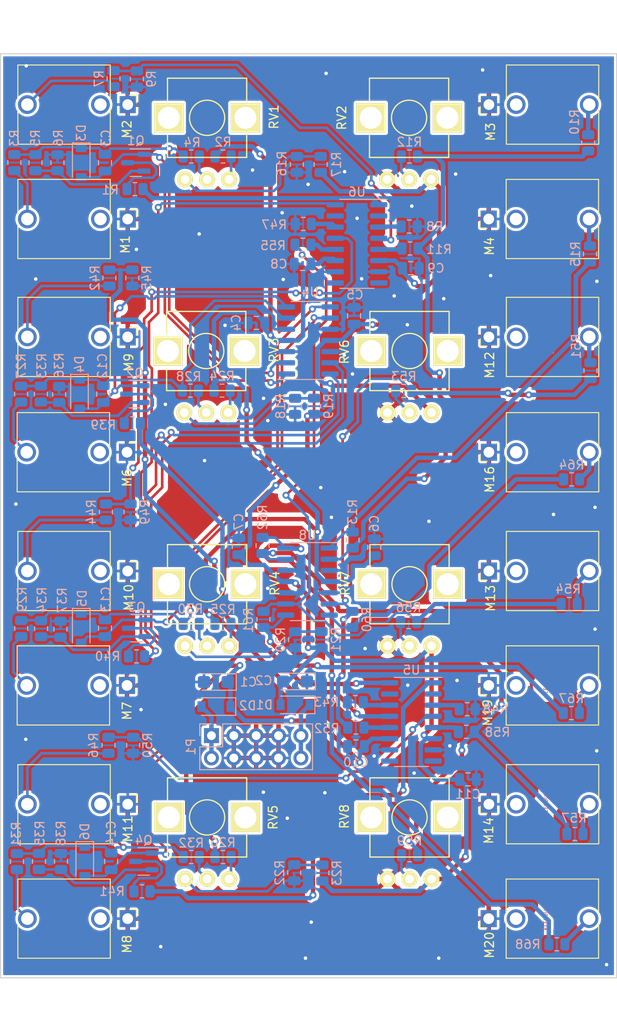
<source format=kicad_pcb>
(kicad_pcb (version 20211014) (generator pcbnew)
  (layers (0 "F.Cu" signal) (31 "B.Cu" signal) (34 "B.Paste" user) (35 "F.Paste" user) (36 "B.SilkS" user "B.Silkscreen") (37 "F.SilkS" user "F.Silkscreen") (38 "B.Mask" user) (39 "F.Mask" user) (44 "Edge.Cuts" user))
  (net 0 "")
  (net 1 "+12V")
  (net 2 "GND")
  (net 3 "-12V")
  (net 4 "Net-(C3-Pad1)")
  (net 5 "Net-(C3-Pad2)")
  (net 6 "Net-(C12-Pad1)")
  (net 7 "Net-(C12-Pad2)")
  (net 8 "Net-(C13-Pad1)")
  (net 9 "Net-(C13-Pad2)")
  (net 10 "Net-(C14-Pad1)")
  (net 11 "Net-(C14-Pad2)")
  (net 12 "Net-(D1-Pad1)")
  (net 13 "Net-(D2-Pad2)")
  (net 14 "Net-(Q1-Pad2)")
  (net 15 "Net-(Q1-Pad3)")
  (net 16 "Net-(Q2-Pad2)")
  (net 17 "Net-(Q2-Pad3)")
  (net 18 "Net-(Q3-Pad2)")
  (net 19 "Net-(Q3-Pad3)")
  (net 20 "Net-(Q4-Pad2)")
  (net 21 "Net-(Q4-Pad3)")
  (net 22 "Net-(R1-Pad1)")
  (net 23 "Net-(R2-Pad1)")
  (net 24 "Net-(M1-Pad3)")
  (net 25 "Net-(R4-Pad2)")
  (net 26 "Net-(R7-Pad1)")
  (net 27 "Net-(M2-Pad3)")
  (net 28 "Net-(R8-Pad1)")
  (net 29 "Net-(R10-Pad1)")
  (net 30 "Net-(M3-Pad3)")
  (net 31 "Net-(R11-Pad2)")
  (net 32 "Net-(R12-Pad2)")
  (net 33 "Net-(R13-Pad1)")
  (net 34 "Net-(M4-Pad3)")
  (net 35 "Net-(R16-Pad1)")
  (net 36 "Net-(R18-Pad1)")
  (net 37 "Net-(R20-Pad1)")
  (net 38 "Net-(R22-Pad1)")
  (net 39 "Net-(R24-Pad1)")
  (net 40 "Net-(R25-Pad1)")
  (net 41 "Net-(R26-Pad1)")
  (net 42 "Net-(M6-Pad3)")
  (net 43 "Net-(R28-Pad2)")
  (net 44 "Net-(M7-Pad3)")
  (net 45 "Net-(R30-Pad2)")
  (net 46 "Net-(M8-Pad3)")
  (net 47 "Net-(R32-Pad2)")
  (net 48 "Net-(R39-Pad1)")
  (net 49 "Net-(R40-Pad1)")
  (net 50 "Net-(R41-Pad1)")
  (net 51 "Net-(R42-Pad1)")
  (net 52 "Net-(M9-Pad3)")
  (net 53 "Net-(R43-Pad1)")
  (net 54 "Net-(R44-Pad1)")
  (net 55 "Net-(M10-Pad3)")
  (net 56 "Net-(R46-Pad1)")
  (net 57 "Net-(M11-Pad3)")
  (net 58 "Net-(R47-Pad1)")
  (net 59 "Net-(R48-Pad1)")
  (net 60 "Net-(R51-Pad1)")
  (net 61 "Net-(M12-Pad3)")
  (net 62 "Net-(R52-Pad2)")
  (net 63 "Net-(R53-Pad2)")
  (net 64 "Net-(R54-Pad1)")
  (net 65 "Net-(M13-Pad3)")
  (net 66 "Net-(R55-Pad2)")
  (net 67 "Net-(R56-Pad2)")
  (net 68 "Net-(R57-Pad1)")
  (net 69 "Net-(M14-Pad3)")
  (net 70 "Net-(R58-Pad2)")
  (net 71 "Net-(R59-Pad2)")
  (net 72 "Net-(R60-Pad1)")
  (net 73 "Net-(R61-Pad1)")
  (net 74 "Net-(R62-Pad1)")
  (net 75 "Net-(M16-Pad3)")
  (net 76 "Net-(M19-Pad3)")
  (net 77 "Net-(M20-Pad3)")
  (footprint "martin_module:Jack_3.5mm_QingPu_WQP-PJ398SM_Vertical_CircularHolesKEEPOUT" (layer "F.Cu") (at 64.38 73.6 -90)
    (fp_text reference "M9")
    (fp_text value "AUDIO-JACKERTHENVAR-PJ398")
  )
  (footprint "martin_module:Jack_3.5mm_QingPu_WQP-PJ398SM_Vertical_CircularHolesKEEPOUT" (layer "F.Cu") (at 64.38 47.2 -90)
    (fp_text reference "M2")
    (fp_text value "AUDIO-JACKERTHENVAR-PJ398")
  )
  (footprint "martin_module:Jack_3.5mm_QingPu_WQP-PJ398SM_Vertical_CircularHolesKEEPOUT" (layer "F.Cu") (at 105.4 139.7 90)
    (fp_text reference "M20")
    (fp_text value "AUDIO-JACKERTHENVAR-PJ398")
  )
  (footprint "martin_module:Potentiometer_Alps-RK09" (layer "F.Cu") (at 96.4 101.7 90)
    (fp_text reference "RV7")
    (fp_text value "R_POT")
  )
  (footprint "martin_module:Potentiometer_Alps-RK09" (layer "F.Cu") (at 96.4 75.2 90)
    (fp_text reference "RV6")
    (fp_text value "R_POT")
  )
  (footprint "martin_module:Potentiometer_Alps-RK09" (layer "F.Cu") (at 73.4 128.2 90)
    (fp_text reference "RV5")
    (fp_text value "R_POT")
  )
  (footprint "martin_module:Potentiometer_Alps-RK09" (layer "F.Cu") (at 96.35 48.7 90)
    (fp_text reference "RV2")
    (fp_text value "R_POT")
  )
  (footprint "martin_module:Jack_3.5mm_QingPu_WQP-PJ398SM_Vertical_CircularHolesKEEPOUT" (layer "F.Cu") (at 105.42 73.6 90)
    (fp_text reference "M12")
    (fp_text value "AUDIO-JACKERTHENVAR-PJ398")
  )
  (footprint "martin_module:Jack_3.5mm_QingPu_WQP-PJ398SM_Vertical_CircularHolesKEEPOUT" (layer "F.Cu") (at 105.42 47.2 90)
    (fp_text reference "M3")
    (fp_text value "AUDIO-JACKERTHENVAR-PJ398")
  )
  (footprint "martin_module:Potentiometer_Alps-RK09" (layer "F.Cu") (at 96.4 128.2 90)
    (fp_text reference "RV8")
    (fp_text value "R_POT")
  )
  (footprint "martin_module:Potentiometer_Alps-RK09" (layer "F.Cu") (at 73.3 75.2 90)
    (fp_text reference "RV3")
    (fp_text value "R_POT")
  )
  (footprint "martin_module:Jack_3.5mm_QingPu_WQP-PJ398SM_Vertical_CircularHolesKEEPOUT" (layer "F.Cu") (at 105.4 113.2 90)
    (fp_text reference "M19")
    (fp_text value "AUDIO-JACKERTHENVAR-PJ398")
  )
  (footprint "martin_module:Jack_3.5mm_QingPu_WQP-PJ398SM_Vertical_CircularHolesKEEPOUT" (layer "F.Cu") (at 105.42 86.7 90)
    (fp_text reference "M16")
    (fp_text value "AUDIO-JACKERTHENVAR-PJ398")
  )
  (footprint "martin_module:Jack_3.5mm_QingPu_WQP-PJ398SM_Vertical_CircularHolesKEEPOUT" (layer "F.Cu") (at 64.38 100.2 -90)
    (fp_text reference "M10")
    (fp_text value "AUDIO-JACKERTHENVAR-PJ398")
  )
  (footprint "martin_module:Jack_3.5mm_QingPu_WQP-PJ398SM_Vertical_CircularHolesKEEPOUT" (layer "F.Cu") (at 64.3 113.2 -90)
    (fp_text reference "M7")
    (fp_text value "AUDIO-JACKERTHENVAR-PJ398")
  )
  (footprint "martin_module:Jack_3.5mm_QingPu_WQP-PJ398SM_Vertical_CircularHolesKEEPOUT" (layer "F.Cu") (at 64.38 139.7 -90)
    (fp_text reference "M8")
    (fp_text value "AUDIO-JACKERTHENVAR-PJ398")
  )
  (footprint "martin_module:Jack_3.5mm_QingPu_WQP-PJ398SM_Vertical_CircularHolesKEEPOUT" (layer "F.Cu") (at 64.3 86.7 -90)
    (fp_text reference "M6")
    (fp_text value "AUDIO-JACKERTHENVAR-PJ398")
  )
  (footprint "martin_module:Potentiometer_Alps-RK09" (layer "F.Cu") (at 73.4 48.7 90)
    (fp_text reference "RV1")
    (fp_text value "R_POT")
  )
  (footprint "martin_module:Potentiometer_Alps-RK09" (layer "F.Cu") (at 73.4 101.7 90)
    (fp_text reference "RV4")
    (fp_text value "R_POT")
  )
  (footprint "martin_module:Jack_3.5mm_QingPu_WQP-PJ398SM_Vertical_CircularHolesKEEPOUT" (layer "F.Cu") (at 64.38 126.7 -90)
    (fp_text reference "M11")
    (fp_text value "AUDIO-JACKERTHENVAR-PJ398")
  )
  (footprint "martin_module:Jack_3.5mm_QingPu_WQP-PJ398SM_Vertical_CircularHolesKEEPOUT" (layer "F.Cu") (at 105.4 60.2 90)
    (fp_text reference "M4")
    (fp_text value "AUDIO-JACKERTHENVAR-PJ398")
  )
  (footprint "martin_module:Jack_3.5mm_QingPu_WQP-PJ398SM_Vertical_CircularHolesKEEPOUT" (layer "F.Cu") (at 105.42 100.2 90)
    (fp_text reference "M13")
    (fp_text value "AUDIO-JACKERTHENVAR-PJ398")
  )
  (footprint "martin_module:Jack_3.5mm_QingPu_WQP-PJ398SM_Vertical_CircularHolesKEEPOUT" (layer "F.Cu") (at 105.42 126.7 90)
    (fp_text reference "M14")
    (fp_text value "AUDIO-JACKERTHENVAR-PJ398")
  )
  (footprint "martin_module:Jack_3.5mm_QingPu_WQP-PJ398SM_Vertical_CircularHolesKEEPOUT" (layer "F.Cu") (at 64.38 60.2 -90)
    (fp_text reference "M1")
    (fp_text value "AUDIO-JACKERTHENVAR-PJ398")
  )
  (footprint "Resistor_SMD:R_0805_2012Metric" (layer "B.Cu") (at 84.3275 60.76 180)
    (fp_text reference "R47")
    (fp_text value "1K")
  )
  (footprint "Capacitor_SMD:C_0805_2012Metric" (layer "B.Cu") (at 92.4 97.5 90)
    (fp_text reference "C6")
    (fp_text value "100N")
  )
  (footprint "Resistor_SMD:R_0805_2012Metric" (layer "B.Cu") (at 64.7 93.4875 90)
    (fp_text reference "R49")
    (fp_text value "1K")
  )
  (footprint "Resistor_SMD:R_0805_2012Metric" (layer "B.Cu") (at 96.3875 53.1 180)
    (fp_text reference "R12")
    (fp_text value "10K")
  )
  (footprint "Resistor_SMD:R_0805_2012Metric" (layer "B.Cu") (at 75.1 79.7 180)
    (fp_text reference "R24")
    (fp_text value "10K")
  )
  (footprint "Resistor_SMD:R_0805_2012Metric" (layer "B.Cu") (at 96.3675 61.06)
    (fp_text reference "R8")
    (fp_text value "1K")
  )
  (footprint "Resistor_SMD:R_0805_2012Metric" (layer "B.Cu") (at 83.4 108.0125 -90)
    (fp_text reference "R20")
    (fp_text value "100R")
  )
  (footprint "Resistor_SMD:R_0805_2012Metric" (layer "B.Cu") (at 84.2875 63.12)
    (fp_text reference "R55")
    (fp_text value "10K")
  )
  (footprint "Capacitor_Tantalum_SMD:CP_EIA-3216-18_Kemet-A" (layer "B.Cu") (at 74.4 112.81 180)
    (fp_text reference "C1")
    (fp_text value "10u")
  )
  (footprint "Diode_SMD:D_SOD-123" (layer "B.Cu") (at 59.1 106.7 -90)
    (fp_text reference "D5")
    (fp_text value "1N4148-Diode")
  )
  (footprint "Resistor_SMD:R_0805_2012Metric" (layer "B.Cu") (at 83.6 54 -90)
    (fp_text reference "R16")
    (fp_text value "100R")
  )
  (footprint "Resistor_SMD:R_0805_2012Metric" (layer "B.Cu") (at 51.8 133.2125 -90)
    (fp_text reference "R31")
    (fp_text value "330K")
  )
  (footprint "Resistor_SMD:R_0805_2012Metric" (layer "B.Cu") (at 65 120 90)
    (fp_text reference "R50")
    (fp_text value "1K")
  )
  (footprint "Diode_SMD:D_SOD-123" (layer "B.Cu") (at 59.5 133.2 -90)
    (fp_text reference "D6")
    (fp_text value "1N4148-Diode")
  )
  (footprint "Diode_SMD:D_SOD-123" (layer "B.Cu") (at 83.4 115.41 180)
    (fp_text reference "D1")
    (fp_text value "1N5819")
  )
  (footprint "Capacitor_SMD:C_0805_2012Metric" (layer "B.Cu") (at 90.1 71.2 90)
    (fp_text reference "C5")
    (fp_text value "100N")
  )
  (footprint "Resistor_SMD:R_0805_2012Metric" (layer "B.Cu") (at 51.5 53.7875 -90)
    (fp_text reference "R3")
    (fp_text value "330K")
  )
  (footprint "Resistor_SMD:R_0805_2012Metric" (layer "B.Cu") (at 75.2125 53.1 180)
    (fp_text reference "R2")
    (fp_text value "10K")
  )
  (footprint "Package_SO:SOIC-14_3.9x8.7mm_P1.27mm" (layer "B.Cu") (at 84.8 101.4 180)
    (fp_text reference "U8")
    (fp_text value "TL074")
  )
  (footprint "Resistor_SMD:R_0805_2012Metric" (layer "B.Cu") (at 62.2 120 -90)
    (fp_text reference "R46")
    (fp_text value "100K")
  )
  (footprint "Resistor_SMD:R_0805_2012Metric" (layer "B.Cu") (at 86.4 108 90)
    (fp_text reference "R21")
    (fp_text value "10K")
  )
  (footprint "Capacitor_SMD:C_0805_2012Metric" (layer "B.Cu") (at 77 97.4 90)
    (fp_text reference "C7")
    (fp_text value "100N")
  )
  (footprint "Resistor_SMD:R_0805_2012Metric" (layer "B.Cu") (at 85.56 81.47 90)
    (fp_text reference "R19")
    (fp_text value "10K")
  )
  (footprint "Resistor_SMD:R_0805_2012Metric" (layer "B.Cu") (at 89.9 105.7 90)
    (fp_text reference "R60")
    (fp_text value "20K")
  )
  (footprint "Resistor_SMD:R_0805_2012Metric" (layer "B.Cu") (at 102.86 118.47 180)
    (fp_text reference "R58")
    (fp_text value "20K")
  )
  (footprint "Resistor_SMD:R_0805_2012Metric" (layer "B.Cu") (at 115.19 130.08)
    (fp_text reference "R57")
    (fp_text value "20K")
  )
  (footprint "Resistor_SMD:R_0805_2012Metric" (layer "B.Cu") (at 62.3 66.9 -90)
    (fp_text reference "R42")
    (fp_text value "100K")
  )
  (footprint "Resistor_SMD:R_0805_2012Metric" (layer "B.Cu") (at 52.27 80.09 -90)
    (fp_text reference "R27")
    (fp_text value "330K")
  )
  (footprint "Resistor_SMD:R_0805_2012Metric" (layer "B.Cu") (at 116.96 77.43 90)
    (fp_text reference "R51")
    (fp_text value "20K")
  )
  (footprint "Package_SO:SOIC-14_3.9x8.7mm_P1.27mm" (layer "B.Cu") (at 84.9 74)
    (fp_text reference "U4")
    (fp_text value "TL074")
  )
  (footprint "Resistor_SMD:R_0805_2012Metric" (layer "B.Cu") (at 56.8 133.2 -90)
    (fp_text reference "R38")
    (fp_text value "1K")
  )
  (footprint "Resistor_SMD:R_0805_2012Metric" (layer "B.Cu") (at 79.7 97.3 -90)
    (fp_text reference "R62")
    (fp_text value "20K")
  )
  (footprint "Diode_SMD:D_SOD-123" (layer "B.Cu") (at 58.9 80.1 -90)
    (fp_text reference "D4")
    (fp_text value "1N4148-Diode")
  )
  (footprint "Resistor_SMD:R_0805_2012Metric" (layer "B.Cu") (at 53.9 53.8 90)
    (fp_text reference "R5")
    (fp_text value "33K")
  )
  (footprint "Capacitor_Tantalum_SMD:CP_EIA-3216-18_Kemet-A" (layer "B.Cu") (at 83.39 112.75 180)
    (fp_text reference "C2")
    (fp_text value "10u")
  )
  (footprint "Capacitor_SMD:C_0805_2012Metric" (layer "B.Cu") (at 61.8 106.7 90)
    (fp_text reference "C13")
    (fp_text value "100P")
  )
  (footprint "Resistor_SMD:R_0805_2012Metric" (layer "B.Cu") (at 96.4575 63.55 180)
    (fp_text reference "R11")
    (fp_text value "10K")
  )
  (footprint "Resistor_SMD:R_0805_2012Metric" (layer "B.Cu") (at 89.93 96.68 -90)
    (fp_text reference "R13")
    (fp_text value "10K")
  )
  (footprint "Resistor_SMD:R_0805_2012Metric" (layer "B.Cu") (at 56.4 53.8 -90)
    (fp_text reference "R6")
    (fp_text value "1K")
  )
  (footprint "Capacitor_SMD:C_0805_2012Metric" (layer "B.Cu") (at 103.04 123.88)
    (fp_text reference "C11")
    (fp_text value "100N")
  )
  (footprint "Resistor_SMD:R_0805_2012Metric" (layer "B.Cu") (at 66 136.6 180)
    (fp_text reference "R41")
    (fp_text value "6K8")
  )
  (footprint "Capacitor_SMD:C_0805_2012Metric" (layer "B.Cu") (at 79 72 180)
    (fp_text reference "C4")
    (fp_text value "100N")
  )
  (footprint "Resistor_SMD:R_0805_2012Metric" (layer "B.Cu") (at 75.2 132.7 180)
    (fp_text reference "R26")
    (fp_text value "10K")
  )
  (footprint "Resistor_SMD:R_0805_2012Metric" (layer "B.Cu") (at 114.7875 116.34 180)
    (fp_text reference "R67")
    (fp_text value "1K")
  )
  (footprint "Package_TO_SOT_SMD:SOT-23" (layer "B.Cu") (at 65.4 106.7 180)
    (fp_text reference "Q3")
    (fp_text value "Q_PNP_BEC")
  )
  (footprint "Package_TO_SOT_SMD:SOT-23" (layer "B.Cu") (at 66.2 133.2 180)
    (fp_text reference "Q4")
    (fp_text value "Q_PNP_BEC")
  )
  (footprint "Resistor_SMD:R_0805_2012Metric" (layer "B.Cu") (at 56.74 106.81 -90)
    (fp_text reference "R37")
    (fp_text value "1K")
  )
  (footprint "Diode_SMD:D_SOD-123" (layer "B.Cu") (at 74.41 115.6 180)
    (fp_text reference "D2")
    (fp_text value "1N5819")
  )
  (footprint "Diode_SMD:D_SOD-123" (layer "B.Cu") (at 59.1 53.8 -90)
    (fp_text reference "D3")
    (fp_text value "1N4148-Diode")
  )
  (footprint "Resistor_SMD:R_0805_2012Metric" (layer "B.Cu") (at 61.9 93.5 -90)
    (fp_text reference "R44")
    (fp_text value "100K")
  )
  (footprint "Resistor_SMD:R_0805_2012Metric" (layer "B.Cu") (at 71.6 106.2)
    (fp_text reference "R30")
    (fp_text value "330K")
  )
  (footprint "Resistor_SMD:R_0805_2012Metric" (layer "B.Cu") (at 71.6 132.7)
    (fp_text reference "R32")
    (fp_text value "330K")
  )
  (footprint "Resistor_SMD:R_0805_2012Metric" (layer "B.Cu") (at 86.5 134.5125 90)
    (fp_text reference "R23")
    (fp_text value "10K")
  )
  (footprint "Resistor_SMD:R_0805_2012Metric" (layer "B.Cu") (at 79.8 105.7 90)
    (fp_text reference "R61")
    (fp_text value "10K")
  )
  (footprint "Resistor_SMD:R_0805_2012Metric" (layer "B.Cu") (at 83.3 134.4875 -90)
    (fp_text reference "R22")
    (fp_text value "100R")
  )
  (footprint "Resistor_SMD:R_0805_2012Metric" (layer "B.Cu") (at 56.59 80.14 -90)
    (fp_text reference "R36")
    (fp_text value "1K")
  )
  (footprint "Resistor_SMD:R_0805_2012Metric" (layer "B.Cu") (at 114.8175 89.78 180)
    (fp_text reference "R64")
    (fp_text value "1K")
  )
  (footprint "Package_TO_SOT_SMD:SOT-23" (layer "B.Cu") (at 65.2 80.1 180)
    (fp_text reference "Q2")
    (fp_text value "Q_PNP_BEC")
  )
  (footprint "Resistor_SMD:R_0805_2012Metric" (layer "B.Cu") (at 65.3875 109.9 180)
    (fp_text reference "R40")
    (fp_text value "6K8")
  )
  (footprint "Package_SO:SOIC-16_3.9x9.9mm_P1.27mm" (layer "B.Cu") (at 90.43 63.02 180)
    (fp_text reference "U6")
    (fp_text value "LM13700")
  )
  (footprint "Capacitor_SMD:C_0805_2012Metric" (layer "B.Cu") (at 96.55 65.79)
    (fp_text reference "C9")
    (fp_text value "100N")
  )
  (footprint "Resistor_SMD:R_0805_2012Metric" (layer "B.Cu") (at 96.4 132.5 180)
    (fp_text reference "R59")
    (fp_text value "20K")
  )
  (footprint "Resistor_SMD:R_0805_2012Metric" (layer "B.Cu") (at 54.54 106.75 90)
    (fp_text reference "R34")
    (fp_text value "33K")
  )
  (footprint "Resistor_SMD:R_0805_2012Metric" (layer "B.Cu") (at 65.42 44.29 90)
    (fp_text reference "R9")
    (fp_text value "1K")
  )
  (footprint "Resistor_SMD:R_0805_2012Metric" (layer "B.Cu") (at 75.2 106.2 180)
    (fp_text reference "R25")
    (fp_text value "10K")
  )
  (footprint "Resistor_SMD:R_0805_2012Metric" (layer "B.Cu") (at 95.75 79.74 180)
    (fp_text reference "R53")
    (fp_text value "20K")
  )
  (footprint "Resistor_SMD:R_0805_2012Metric" (layer "B.Cu") (at 65.2 56.8 180)
    (fp_text reference "R1")
    (fp_text value "6K8")
  )
  (footprint "Resistor_SMD:R_0805_2012Metric" (layer "B.Cu") (at 86.3 54 90)
    (fp_text reference "R17")
    (fp_text value "10K")
  )
  (footprint "Resistor_SMD:R_0805_2012Metric" (layer "B.Cu") (at 113.1375 142.62 180)
    (fp_text reference "R68")
    (fp_text value "1K")
  )
  (footprint "Resistor_SMD:R_0805_2012Metric" (layer "B.Cu") (at 71.6 53.1)
    (fp_text reference "R4")
    (fp_text value "330K")
  )
  (footprint "Resistor_SMD:R_0805_2012Metric" (layer "B.Cu") (at 54.3 133.2 90)
    (fp_text reference "R35")
    (fp_text value "33K")
  )
  (footprint "Resistor_SMD:R_0805_2012Metric" (layer "B.Cu") (at 102.96 115.9)
    (fp_text reference "R48")
    (fp_text value "1K")
  )
  (footprint "Capacitor_SMD:C_0805_2012Metric" (layer "B.Cu") (at 61.6 80.1 90)
    (fp_text reference "C12")
    (fp_text value "100P")
  )
  (footprint "Resistor_SMD:R_0805_2012Metric" (layer "B.Cu") (at 64.9 66.9 90)
    (fp_text reference "R45")
    (fp_text value "1K")
  )
  (footprint "Capacitor_SMD:C_0805_2012Metric" (layer "B.Cu") (at 62.5 133.2 90)
    (fp_text reference "C14")
    (fp_text value "100P")
  )
  (footprint "Resistor_SMD:R_0805_2012Metric" (layer "B.Cu") (at 54.51 80.09 90)
    (fp_text reference "R33")
    (fp_text value "33K")
  )
  (footprint "Resistor_SMD:R_0805_2012Metric" (layer "B.Cu") (at 96.3 106 180)
    (fp_text reference "R56")
    (fp_text value "10K")
  )
  (footprint "Resistor_SMD:R_0805_2012Metric" (layer "B.Cu") (at 90.2475 115.1 180)
    (fp_text reference "R43")
    (fp_text value "1K")
  )
  (footprint "Resistor_SMD:R_0805_2012Metric" (layer "B.Cu") (at 71.5 79.7)
    (fp_text reference "R28")
    (fp_text value "330K")
  )
  (footprint "Resistor_SMD:R_0805_2012Metric" (layer "B.Cu") (at 114.54 103.95)
    (fp_text reference "R54")
    (fp_text value "10K")
  )
  (footprint "Connector_PinHeader_2.54mm:PinHeader_2x05_P2.54mm_Vertical" (layer "B.Cu") (at 73.895 118.905 -90)
    (fp_text reference "P1")
    (fp_text value "CONN_02X05")
  )
  (footprint "Package_TO_SOT_SMD:SOT-23" (layer "B.Cu") (at 65.3 53.8 180)
    (fp_text reference "Q1")
    (fp_text value "Q_PNP_BEC")
  )
  (footprint "Resistor_SMD:R_0805_2012Metric" (layer "B.Cu") (at 83.4 81.4875 -90)
    (fp_text reference "R18")
    (fp_text value "100R")
  )
  (footprint "Capacitor_SMD:C_0805_2012Metric" (layer "B.Cu") (at 61.8 53.8 90)
    (fp_text reference "C3")
    (fp_text value "100P")
  )
  (footprint "Capacitor_SMD:C_0805_2012Metric" (layer "B.Cu") (at 90.31 120.13 180)
    (fp_text reference "C10")
    (fp_text value "100N")
  )
  (footprint "Resistor_SMD:R_0805_2012Metric" (layer "B.Cu") (at 116.7 51.5475 90)
    (fp_text reference "R10")
    (fp_text value "10K")
  )
  (footprint "Resistor_SMD:R_0805_2012Metric" (layer "B.Cu") (at 116.91 64.1775 -90)
    (fp_text reference "R15")
    (fp_text value "1K")
  )
  (footprint "Resistor_SMD:R_0805_2012Metric" (layer "B.Cu") (at 62.77 44.25 -90)
    (fp_text reference "R7")
    (fp_text value "100K")
  )
  (footprint "Resistor_SMD:R_0805_2012Metric" (layer "B.Cu") (at 52.28 106.73 -90)
    (fp_text reference "R29")
    (fp_text value "330K")
  )
  (footprint "Package_SO:SOIC-16_3.9x9.9mm_P1.27mm" (layer "B.Cu") (at 96.62 117.35 180)
    (fp_text reference "U5")
    (fp_text value "LM13700")
  )
  (footprint "Resistor_SMD:R_0805_2012Metric" (layer "B.Cu") (at 90.31 117.99)
    (fp_text reference "R52")
    (fp_text value "20k")
  )
  (footprint "Capacitor_SMD:C_0805_2012Metric" (layer "B.Cu") (at 84.25 65.31 180)
    (fp_text reference "C8")
    (fp_text value "100N")
  )
  (footprint "Resistor_SMD:R_0805_2012Metric" (layer "B.Cu") (at 64.9125 83.4 180)
    (fp_text reference "R39")
    (fp_text value "6K8")
  )
  (gr_line (start 119.93 146.42) (end 119.93 41.42) (layer "Edge.Cuts") (width 0.12))
  (gr_line (start 49.93 146.42) (end 119.93 146.42) (layer "Edge.Cuts") (width 0.12))
  (gr_line (start 119.93 41.42) (end 49.93 41.42) (layer "Edge.Cuts") (width 0.12))
  (gr_line (start 49.93 41.42) (end 49.93 146.42) (layer "Edge.Cuts") (width 0.12))
  (segment (start 74.279189 105.17) (end 77.25 108.140811) (width 0.5) (layer "F.Cu") (net 1))
  (segment (start 77.12 110.93) (end 77.09 110.96) (width 0.5) (layer "F.Cu") (net 1))
  (segment (start 73.63 105.17) (end 73.25 104.79) (width 0.5) (layer "F.Cu") (net 1))
  (segment (start 79.18 86.74) (end 77.89 85.45) (width 0.5) (layer "F.Cu") (net 1))
  (segment (start 73.63 105.17) (end 74.279189 105.17) (width 0.5) (layer "F.Cu") (net 1))
  (segment (start 77.89 85.45) (end 77.89 81.89) (width 0.5) (layer "F.Cu") (net 1))
  (segment (start 77.8 94.3) (end 84.4995 94.3) (width 0.5) (layer "F.Cu") (net 1))
  (segment (start 86.03 117.21) (end 90.76 121.94) (width 0.5) (layer "F.Cu") (net 1))
  (segment (start 71.03 115.59) (end 75.66 110.96) (width 0.5) (layer "F.Cu") (net 1))
  (segment (start 77.25 108.140811) (end 77.25 109.37) (width 0.5) (layer "F.Cu") (net 1))
  (segment (start 80.6 54) (end 79.4 52.8) (width 0.5) (layer "F.Cu") (net 1))
  (segment (start 82.98 117.21) (end 86.03 117.21) (width 0.5) (layer "F.Cu") (net 1))
  (segment (start 71.03 126.1) (end 71.03 115.59) (width 0.5) (layer "F.Cu") (net 1))
  (segment (start 73.25 98.85) (end 77.8 94.3) (width 0.5) (layer "F.Cu") (net 1))
  (segment (start 74.3 130.9) (end 71.15 127.75) (width 0.5) (layer "F.Cu") (net 1))
  (segment (start 84.4995 94.3) (end 85.9495 95.75) (width 0.5) (layer "F.Cu") (net 1))
  (segment (start 71.15 127.75) (end 71.15 126.22) (width 0.5) (layer "F.Cu") (net 1))
  (segment (start 71.15 126.22) (end 71.03 126.1) (width 0.5) (layer "F.Cu") (net 1))
  (segment (start 80.6 73.4) (end 80.6 54) (width 0.5) (layer "F.Cu") (net 1))
  (segment (start 77.25 109.37) (end 75.66 110.96) (width 0.5) (layer "F.Cu") (net 1))
  (segment (start 73.25 104.79) (end 73.25 98.85) (width 0.5) (layer "F.Cu") (net 1))
  (segment (start 77.09 110.96) (end 75.66 110.96) (width 0.5) (layer "F.Cu") (net 1))
  (via (at 79.18 86.74) (size 0.8) (drill 0.4) (layers "F.Cu" "B.Cu") (net 1))
  (via (at 90.76 121.94) (size 0.8) (drill 0.4) (layers "F.Cu" "B.Cu") (net 1))
  (via (at 73.63 105.17) (size 0.8) (drill 0.4) (layers "F.Cu" "B.Cu") (net 1))
  (via (at 77.12 110.93) (size 0.8) (drill 0.4) (layers "F.Cu" "B.Cu") (net 1))
  (via (at 80.6 73.4) (size 0.8) (drill 0.4) (layers "F.Cu" "B.Cu") (net 1))
  (via (at 74.3 130.9) (size 0.8) (drill 0.4) (layers "F.Cu" "B.Cu") (net 1))
  (via (at 77.89 81.89) (size 0.8) (drill 0.4) (layers "F.Cu" "B.Cu") (net 1))
  (via (at 82.98 117.21) (size 0.8) (drill 0.4) (layers "F.Cu" "B.Cu") (net 1))
  (via (at 79.4 52.8) (size 0.8) (drill 0.4) (layers "F.Cu" "B.Cu") (net 1))
  (via (at 85.9495 95.75) (size 0.8) (drill 0.4) (layers "F.Cu" "B.Cu") (net 1))
  (segment (start 74.3 53.1) (end 75.45 51.95) (width 0.5) (layer "B.Cu") (net 1))
  (segment (start 74.2875 130.9125) (end 74.3 130.9) (width 0.5) (layer "B.Cu") (net 1))
  (segment (start 87.275 101.4) (end 86.721472 101.4) (width 0.5) (layer "B.Cu") (net 1))
  (segment (start 84.34 68.962082) (end 84.31 68.992082) (width 0.5) (layer "B.Cu") (net 1))
  (segment (start 84.34 68.257918) (end 84.34 68.962082) (width 0.5) (layer "B.Cu") (net 1))
  (segment (start 85.9495 93.5895) (end 85.9495 95.75) (width 0.5) (layer "B.Cu") (net 1))
  (segment (start 76.74 78.55) (end 77.89 79.7) (width 0.5) (layer "B.Cu") (net 1))
  (segment (start 75.45 51.95) (end 78.55 51.95) (width 0.5) (layer "B.Cu") (net 1))
  (segment (start 91.32 99.53) (end 91.32 99.55) (width 0.5) (layer "B.Cu") (net 1))
  (segment (start 76.06 113.12) (end 75.75 112.81) (width 0.5) (layer "B.Cu") (net 1))
  (segment (start 91.26 120.13) (end 92.135 119.255) (width 0.5) (layer "B.Cu") (net 1))
  (segment (start 79.18 86.74) (end 79.18 86.82) (width 0.5) (layer "B.Cu") (net 1))
  (segment (start 84.31 68.992082) (end 84.31 73.44) (width 0.5) (layer "B.Cu") (net 1))
  (segment (start 76.06 115.6) (end 77.67 117.21) (width 0.5) (layer "B.Cu") (net 1))
  (segment (start 74.1875 71.7125) (end 75.075 70.825) (width 0.5) (layer "B.Cu") (net 1))
  (segment (start 74.2875 105.8275) (end 74.2875 106.2) (width 0.5) (layer "B.Cu") (net 1))
  (segment (start 79.9 72.7) (end 80.6 73.4) (width 0.5) (layer "B.Cu") (net 1))
  (segment (start 75.75 112.81) (end 75.75 112.3) (width 0.5) (layer "B.Cu") (net 1))
  (segment (start 90.76 120.63) (end 91.26 120.13) (width 0.5) (layer "B.Cu") (net 1))
  (segment (start 74.1875 79.7) (end 74.1875 78.9225) (width 0.5) (layer "B.Cu") (net 1))
  (segment (start 83.75 74) (end 82.425 74) (width 0.5) (layer "B.Cu") (net 1))
  (segment (start 89.95 99.6) (end 89.95 100.92) (width 0.5) (layer "B.Cu") (net 1))
  (segment (start 81.2 74) (end 82.425 74) (width 0.5) (layer "B.Cu") (net 1))
  (segment (start 91.27 99.6) (end 89.95 99.6) (width 0.5) (layer "B.Cu") (net 1))
  (segment (start 79.18 86.82) (end 85.9495 93.5895) (width 0.5) (layer "B.Cu") (net 1))
  (segment (start 85.8495 95.85) (end 85.9495 95.75) (width 0.5) (layer "B.Cu") (net 1))
  (segment (start 84.31 68.227918) (end 84.34 68.257918) (width 0.5) (layer "B.Cu") (net 1))
  (segment (start 77.67 117.21) (end 82.98 117.21) (width 0.5) (layer "B.Cu") (net 1))
  (segment (start 85.8495 100.528028) (end 85.8495 95.85) (width 0.5) (layer "B.Cu") (net 1))
  (segment (start 86.721472 101.4) (end 85.8495 100.528028) (width 0.5) (layer "B.Cu") (net 1))
  (segment (start 74.56 78.55) (end 76.74 78.55) (width 0.5) (layer "B.Cu") (net 1))
  (segment (start 86.65 64.73) (end 87.76 64.73) (width 0.5) (layer "B.Cu") (net 1))
  (segment (start 90.76 121.94) (end 90.76 120.63) (width 0.5) (layer "B.Cu") (net 1))
  (segment (start 79.9 72.05) (end 79.9 72.7) (width 0.5) (layer "B.Cu") (net 1))
  (segment (start 74.2875 132.7) (end 74.2875 130.9125) (width 0.5) (layer "B.Cu") (net 1))
  (segment (start 80.6 73.4) (end 81.2 74) (width 0.5) (layer "B.Cu") (net 1))
  (segment (start 75.75 112.3) (end 77.12 110.93) (width 0.5) (layer "B.Cu") (net 1))
  (segment (start 85.2 65.31) (end 84.31 66.2) (width 0.5) (layer "B.Cu") (net 1))
  (segment (start 86.07 65.31) (end 86.65 64.73) (width 0.5) (layer "B.Cu") (net 1))
  (segment (start 89.47 101.4) (end 87.275 101.4) (width 0.5) (layer "B.Cu") (net 1))
  (segment (start 92.4 98.45) (end 91.32 99.53) (width 0.5) (layer "B.Cu") (net 1))
  (segment (start 84.31 66.2) (end 84.31 68.227918) (width 0.5) (layer "B.Cu") (net 1))
  (segment (start 92.135 119.255) (end 94.145 119.255) (width 0.5) (layer "B.Cu") (net 1))
  (segment (start 85.2 65.31) (end 86.07 65.31) (width 0.5) (layer "B.Cu") (net 1))
  (segment (start 78.55 51.95) (end 79.4 52.8) (width 0.5) (layer "B.Cu") (net 1))
  (segment (start 73.63 105.17) (end 74.2875 105.8275) (width 0.5) (layer "B.Cu") (net 1))
  (segment (start 76.06 115.6) (end 76.06 113.12) (width 0.5) (layer "B.Cu") (net 1))
  (segment (start 75.075 70.825) (end 78.775 70.825) (width 0.5) (layer "B.Cu") (net 1))
  (segment (start 89.95 100.92) (end 89.47 101.4) (width 0.5) (layer "B.Cu") (net 1))
  (segment (start 78.775 70.825) (end 79.95 72) (width 0.5) (layer "B.Cu") (net 1))
  (segment (start 77.89 79.7) (end 77.89 81.89) (width 0.5) (layer "B.Cu") (net 1))
  (segment (start 74.1875 79.7) (end 74.1875 71.7125) (width 0.5) (layer "B.Cu") (net 1))
  (segment (start 84.31 73.44) (end 83.75 74) (width 0.5) (layer "B.Cu") (net 1))
  (segment (start 74.1875 78.9225) (end 74.56 78.55) (width 0.5) (layer "B.Cu") (net 1))
  (segment (start 87.76 64.73) (end 87.955 64.925) (width 0.5) (layer "B.Cu") (net 1))
  (segment (start 91.32 99.55) (end 91.27 99.6) (width 0.5) (layer "B.Cu") (net 1))
  (via (at 79.79 125.33) (size 0.8) (drill 0.4) (layers "F.Cu" "B.Cu") (net 2))
  (via (at 94.66 68.94) (size 0.8) (drill 0.4) (layers "F.Cu" "B.Cu") (net 2))
  (via (at 52.8 119.32) (size 0.8) (drill 0.4) (layers "F.Cu" "B.Cu") (net 2))
  (via (at 84.88 56.26) (size 0.8) (drill 0.4) (layers "F.Cu" "B.Cu") (net 2))
  (via (at 89.02 54.82) (size 0.8) (drill 0.4) (layers "F.Cu" "B.Cu") (net 2))
  (via (at 82.51 128.29) (size 0.8) (drill 0.4) (layers "F.Cu" "B.Cu") (net 2))
  (via (at 65.37 63.65) (size 0.8) (drill 0.4) (layers "F.Cu" "B.Cu") (net 2))
  (via (at 68.66 81.26) (size 0.8) (drill 0.4) (layers "F.Cu" "B.Cu") (net 2))
  (via (at 53.93 67.02) (size 0.8) (drill 0.4) (layers "F.Cu" "B.Cu") (net 2))
  (via (at 117.48 106.8) (size 0.8) (drill 0.4) (layers "F.Cu" "B.Cu") (net 2))
  (via (at 96.15 72.22) (size 0.8) (drill 0.4) (layers "F.Cu" "B.Cu") (net 2))
  (via (at 117.69 67.28) (size 0.8) (drill 0.4) (layers "F.Cu" "B.Cu") (net 2))
  (via (at 80.3 83.1) (size 0.8) (drill 0.4) (layers "F.Cu" "B.Cu") (net 2))
  (via (at 86.92 43.65) (size 0.8) (drill 0.4) (layers "F.Cu" "B.Cu") (net 2))
  (via (at 105.62 66.63) (size 0.8) (drill 0.4) (layers "F.Cu" "B.Cu") (net 2))
  (via (at 87.53 94.1) (size 0.8) (drill 0.4) (layers "F.Cu" "B.Cu") (net 2))
  (via (at 96.92 123.16) (size 0.8) (drill 0.4) (layers "F.Cu" "B.Cu") (net 2))
  (via (at 86.78 125.4) (size 0.8) (drill 0.4) (layers "F.Cu" "B.Cu") (net 2))
  (via (at 91.35 109.01) (size 0.8) (drill 0.4) (layers "F.Cu" "B.Cu") (net 2))
  (via (at 101.8 112.63) (size 0.8) (drill 0.4) (layers "F.Cu" "B.Cu") (net 2))
  (via (at 112.76 93.77) (size 0.8) (drill 0.4) (layers "F.Cu" "B.Cu") (net 2))
  (via (at 118.79 144.93) (size 0.8) (drill 0.4) (layers "F.Cu" "B.Cu") (net 2))
  (via (at 73.11 87.65) (size 0.8) (drill 0.4) (layers "F.Cu" "B.Cu") (net 2))
  (via (at 80.29 102.16) (size 0.8) (drill 0.4) (layers "F.Cu" "B.Cu") (net 2))
  (via (at 117.48 92.96) (size 0.8) (drill 0.4) (layers "F.Cu" "B.Cu") (net 2))
  (via (at 88.99 75.67) (size 0.8) (drill 0.4) (layers "F.Cu" "B.Cu") (net 2))
  (via (at 86.32 90.72) (size 0.8) (drill 0.4) (layers "F.Cu" "B.Cu") (net 2))
  (via (at 101.64 55.09) (size 0.8) (drill 0.4) (layers "F.Cu" "B.Cu") (net 2))
  (via (at 72.5 61.9) (size 0.8) (drill 0.4) (layers "F.Cu" "B.Cu") (net 2))
  (via (at 99.72 144.19) (size 0.8) (drill 0.4) (layers "F.Cu" "B.Cu") (net 2))
  (via (at 96.2 113.18) (size 0.8) (drill 0.4) (layers "F.Cu" "B.Cu") (net 2))
  (via (at 79.81 80.58) (size 0.8) (drill 0.4) (layers "F.Cu" "B.Cu") (net 2))
  (via (at 85.23 140.1) (size 0.8) (drill 0.4) (layers "F.Cu" "B.Cu") (net 2))
  (via (at 81.93 59.49) (size 0.8) (drill 0.4) (layers "F.Cu" "B.Cu") (net 2))
  (via (at 117.67 120.63) (size 0.8) (drill 0.4) (layers "F.Cu" "B.Cu") (net 2))
  (via (at 89.92 77.81) (size 0.8) (drill 0.4) (layers "F.Cu" "B.Cu") (net 2))
  (via (at 104.71 43.26) (size 0.8) (drill 0.4) (layers "F.Cu" "B.Cu") (net 2))
  (via (at 84.58 144.19) (size 0.8) (drill 0.4) (layers "F.Cu" "B.Cu") (net 2))
  (via (at 100.29 69.25) (size 0.8) (drill 0.4) (layers "F.Cu" "B.Cu") (net 2))
  (via (at 65.89 115.95) (size 0.8) (drill 0.4) (layers "F.Cu" "B.Cu") (net 2))
  (via (at 90.96 66.99) (size 0.8) (drill 0.4) (layers "F.Cu" "B.Cu") (net 2))
  (via (at 92.38 121.22) (size 0.8) (drill 0.4) (layers "F.Cu" "B.Cu") (net 2))
  (via (at 96.66 58.73) (size 0.8) (drill 0.4) (layers "F.Cu" "B.Cu") (net 2))
  (via (at 51.67 92.59) (size 0.8) (drill 0.4) (layers "F.Cu" "B.Cu") (net 2))
  (via (at 98.61 94.55) (size 0.8) (drill 0.4) (layers "F.Cu" "B.Cu") (net 2))
  (via (at 82.05 67.07) (size 0.8) (drill 0.4) (layers "F.Cu" "B.Cu") (net 2))
  (via (at 52.85 42.79) (size 0.8) (drill 0.4) (layers "F.Cu" "B.Cu") (net 2))
  (via (at 68.13 142.88) (size 0.8) (drill 0.4) (layers "F.Cu" "B.Cu") (net 2))
  (via (at 75.44 72.28) (size 0.8) (drill 0.4) (layers "F.Cu" "B.Cu") (net 2))
  (via (at 100.98 120.07) (size 0.8) (drill 0.4) (layers "F.Cu" "B.Cu") (net 2))
  (via (at 90.44 60.12) (size 0.8) (drill 0.4) (layers "F.Cu" "B.Cu") (net 2))
  (via (at 78.56 54.64) (size 0.8) (drill 0.4) (layers "F.Cu" "B.Cu") (net 2))
  (segment (start 83.5 100.13) (end 84.3 100.93) (width 0.5) (layer "B.Cu") (net 2))
  (segment (start 84.3 100.93) (end 84.3 102.501472) (width 0.5) (layer "B.Cu") (net 2))
  (segment (start 82.325 100.13) (end 83.5 100.13) (width 0.5) (layer "B.Cu") (net 2))
  (segment (start 84.065736 102.735736) (end 82.390736 102.735736) (width 0.5) (layer "B.Cu") (net 2))
  (segment (start 82.390736 102.735736) (end 82.325 102.67) (width 0.5) (layer "B.Cu") (net 2))
  (segment (start 84.3 102.501472) (end 84.065736 102.735736) (width 0.5) (layer "B.Cu") (net 2))
  (segment (start 99.75 66.55) (end 98.475 67.825) (width 0.5) (layer "F.Cu") (net 3))
  (segment (start 97.275 67.825) (end 98.475 67.825) (width 0.5) (layer "F.Cu") (net 3))
  (segment (start 98.85 55.7) (end 99.75 56.6) (width 0.5) (layer "F.Cu") (net 3))
  (segment (start 84.9 103.04) (end 84.9 108.9) (width 0.5) (layer "F.Cu") (net 3))
  (segment (start 98.9 118.000391) (end 98.9 108.7) (width 0.5) (layer "F.Cu") (net 3))
  (segment (start 98.049163 118.851228) (end 98.9 118.000391) (width 0.5) (layer "F.Cu") (net 3))
  (segment (start 98.9 135.2) (end 100.2 135.2) (width 0.5) (layer "F.Cu") (net 3))
  (segment (start 98.475 67.825) (end 94.1 72.2) (width 0.5) (layer "F.Cu") (net 3))
  (segment (start 87.382739 78.877694) (end 87.647571 79.142526) (width 0.5) (layer "F.Cu") (net 3))
  (segment (start 87.647571 79.142526) (end 95.842526 79.142526) (width 0.5) (layer "F.Cu") (net 3))
  (segment (start 94.1 72.2) (end 92.2 72.2) (width 0.5) (layer "F.Cu") (net 3))
  (segment (start 100.2 135.2) (end 102.75 132.65) (width 0.5) (layer "F.Cu") (net 3))
  (segment (start 95.842526 79.142526) (end 98.9 82.2) (width 0.5) (layer "F.Cu") (net 3))
  (segment (start 99.75 56.6) (end 99.75 66.55) (width 0.5) (layer "F.Cu") (net 3))
  (segment (start 83.45 101.59) (end 84.9 103.04) (width 0.5) (layer "F.Cu") (net 3))
  (segment (start 81.22 90.48) (end 84.8 86.9) (width 0.5) (layer "F.Cu") (net 3))
  (segment (start 84.8 86.9) (end 84.8 82.59) (width 0.5) (layer "F.Cu") (net 3))
  (segment (start 96.96 67.51) (end 97.275 67.825) (width 0.5) (layer "F.Cu") (net 3))
  (via (at 87.382739 78.877694) (size 0.8) (drill 0.4) (layers "F.Cu" "B.Cu") (net 3))
  (via (at 83.45 101.59) (size 0.8) (drill 0.4) (layers "F.Cu" "B.Cu") (net 3))
  (via (at 102.75 132.65) (size 0.8) (drill 0.4) (layers "F.Cu" "B.Cu") (net 3))
  (via (at 84.8 82.59) (size 0.8) (drill 0.4) (layers "F.Cu" "B.Cu") (net 3))
  (via (at 84.9 108.9) (size 0.8) (drill 0.4) (layers "F.Cu" "B.Cu") (net 3))
  (via (at 98.049163 118.851228) (size 0.8) (drill 0.4) (layers "F.Cu" "B.Cu") (net 3))
  (via (at 92.2 72.2) (size 0.8) (drill 0.4) (layers "F.Cu" "B.Cu") (net 3))
  (via (at 81.22 90.48) (size 0.8) (drill 0.4) (layers "F.Cu" "B.Cu") (net 3))
  (via (at 96.96 67.51) (size 0.8) (drill 0.4) (layers "F.Cu" "B.Cu") (net 3))
  (segment (start 102.85 124.64) (end 102.09 123.88) (width 0.5) (layer "B.Cu") (net 3))
  (segment (start 78.28 93.42) (end 81.22 90.48) (width 0.5) (layer "B.Cu") (net 3))
  (segment (start 97.2 110.4) (end 98.9 108.7) (width 0.5) (layer "B.Cu") (net 3))
  (segment (start 78.28 97.24) (end 78.28 93.42) (width 0.5) (layer "B.Cu") (net 3))
  (segment (start 78.15 99.5) (end 79.871472 99.5) (width 0.5) (layer "B.Cu") (net 3))
  (segment (start 97.67 122.193528) (end 97.67 119.87) (width 0.5) (layer "B.Cu") (net 3))
  (segment (start 86.9175 82.3825) (end 85.56 82.3825) (width 0.5) (layer "B.Cu") (net 3))
  (segment (start 86.3 54.9125) (end 88.4375 57.05) (width 0.5) (layer "B.Cu") (net 3))
  (segment (start 98.285 119.255) (end 99.095 119.255) (width 0.5) (layer "B.Cu") (net 3))
  (segment (start 90.1 72.15) (end 90.1 72.6) (width 0.5) (layer "B.Cu") (net 3))
  (segment (start 85.95 74.871472) (end 86.821472 74) (width 0.5) (layer "B.Cu") (net 3))
  (segment (start 88.4375 57.05) (end 97.5 57.05) (width 0.5) (layer "B.Cu") (net 3))
  (segment (start 87.382739 78.877694) (end 86.619166 78.877694) (width 0.5) (layer "B.Cu") (net 3))
  (segment (start 95.6 65.79) (end 95.6 66.15) (width 0.5) (layer "B.Cu") (net 3))
  (segment (start 81.75 115.41) (end 81.75 113.04) (width 0.5) (layer "B.Cu") (net 3))
  (segment (start 98.452935 119.255) (end 98.049163 118.851228) (width 0.5) (layer "B.Cu") (net 3))
  (segment (start 84.9125 108.9125) (end 84.9 108.9) (width 0.5) (layer "B.Cu") (net 3))
  (segment (start 90.1 72.15) (end 92.15 72.15) (width 0.5) (layer "B.Cu") (net 3))
  (segment (start 79.871472 99.5) (end 81.771472 101.4) (width 0.5) (layer "B.Cu") (net 3))
  (segment (start 102.75 132.65) (end 102.85 132.55) (width 0.5) (layer "B.Cu") (net 3))
  (segment (start 86.821472 74) (end 87.375 74) (width 0.5) (layer "B.Cu") (net 3))
  (segment (start 87.7 79.194955) (end 87.7 81.6) (width 0.5) (layer "B.Cu") (net 3))
  (segment (start 90.1 72.6) (end 88.7 74) (width 0.5) (layer "B.Cu") (net 3))
  (segment (start 87.7 81.6) (end 86.9175 82.3825) (width 0.5) (layer "B.Cu") (net 3))
  (segment (start 81.771472 101.4) (end 82.325 101.4) (width 0.5) (layer "B.Cu") (net 3))
  (segment (start 86.4 108.9125) (end 87.8875 110.4) (width 0.5) (layer "B.Cu") (net 3))
  (segment (start 78.19 97.24) (end 78.28 97.24) (width 0.5) (layer "B.Cu") (net 3))
  (segment (start 83.26 101.4) (end 82.325 101.4) (width 0.5) (layer "B.Cu") (net 3))
  (segment (start 86.5 135.425) (end 87.625 136.55) (width 0.5) (layer "B.Cu") (net 3))
  (segment (start 92.15 72.15) (end 92.2 72.2) (width 0.5) (layer "B.Cu") (net 3))
  (segment (start 82.04 112.75) (end 82.5625 112.75) (width 0.5) (layer "B.Cu") (net 3))
  (segment (start 85.95 78.208528) (end 85.95 74.871472) (width 0.5) (layer "B.Cu") (net 3))
  (segment (start 88.7 74) (end 87.375 74) (width 0.5) (layer "B.Cu") (net 3))
  (segment (start 102.85 132.55) (end 102.85 124.64) (width 0.5) (layer "B.Cu") (net 3))
  (segment (start 97.67 119.87) (end 98.285 119.255) (width 0.5) (layer "B.Cu") (net 3))
  (segment (start 84.8 82.59) (end 85.3525 82.59) (width 0.5) (layer "B.Cu") (net 3))
  (segment (start 99.095 119.255) (end 98.452935 119.255) (width 0.5) (layer "B.Cu") (net 3))
  (segment (start 102.09 123.88) (end 99.356472 123.88) (width 0.5) (layer "B.Cu") (net 3))
  (segment (start 81.75 113.04) (end 82.04 112.75) (width 0.5) (layer "B.Cu") (net 3))
  (segment (start 87.625 136.55) (end 97.55 136.55) (width 0.5) (layer "B.Cu") (net 3))
  (segment (start 94.735 64.925) (end 95.6 65.79) (width 0.5) (layer "B.Cu") (net 3))
  (segment (start 86.619166 78.877694) (end 85.95 78.208528) (width 0.5) (layer "B.Cu") (net 3))
  (segment (start 97.5 57.05) (end 98.85 55.7) (width 0.5) (layer "B.Cu") (net 3))
  (segment (start 77.08 98.35) (end 78.19 97.24) (width 0.5) (layer "B.Cu") (net 3))
  (segment (start 92.905 64.925) (end 94.735 64.925) (width 0.5) (layer "B.Cu") (net 3))
  (segment (start 87.8875 110.4) (end 97.2 110.4) (width 0.5) (layer "B.Cu") (net 3))
  (segment (start 82.5625 112.75) (end 86.4 108.9125) (width 0.5) (layer "B.Cu") (net 3))
  (segment (start 85.3525 82.59) (end 85.56 82.3825) (width 0.5) (layer "B.Cu") (net 3))
  (segment (start 77 98.35) (end 77.08 98.35) (width 0.5) (layer "B.Cu") (net 3))
  (segment (start 99.356472 123.88) (end 97.67 122.193528) (width 0.5) (layer "B.Cu") (net 3))
  (segment (start 83.45 101.59) (end 83.26 101.4) (width 0.5) (layer "B.Cu") (net 3))
  (segment (start 97.55 136.55) (end 98.9 135.2) (width 0.5) (layer "B.Cu") (net 3))
  (segment (start 95.6 66.15) (end 96.96 67.51) (width 0.5) (layer "B.Cu") (net 3))
  (segment (start 77 98.35) (end 78.15 99.5) (width 0.5) (layer "B.Cu") (net 3))
  (segment (start 86.4 108.9125) (end 84.9125 108.9125) (width 0.5) (layer "B.Cu") (net 3))
  (segment (start 87.382739 78.877694) (end 87.7 79.194955) (width 0.5) (layer "B.Cu") (net 3))
  (segment (start 76.31 78.56) (end 68.6 70.85) (width 0.3) (layer "F.Cu") (net 4))
  (segment (start 68.6 53.8) (end 68 53.2) (width 0.3) (layer "F.Cu") (net 4))
  (segment (start 68.6 70.85) (end 68.6 53.8) (width 0.3) (layer "F.Cu") (net 4))
  (segment (start 80.430999 78.56) (end 76.31 78.56) (width 0.3) (layer "F.Cu") (net 4))
  (segment (start 80.650999 78.78) (end 80.430999 78.56) (width 0.3) (layer "F.Cu") (net 4))
  (via (at 68 53.2) (size 0.8) (drill 0.4) (layers "F.Cu" "B.Cu") (net 4))
  (via (at 80.650999 78.78) (size 0.8) (drill 0.4) (layers "F.Cu" "B.Cu") (net 4))
  (segment (start 80.650999 78.78) (end 80.670999 78.8) (width 0.3) (layer "B.Cu") (net 4))
  (segment (start 80.670999 78.8) (end 81.435 78.8) (width 0.3) (layer "B.Cu") (net 4))
  (segment (start 81.435 78.8) (end 82.425 77.81) (width 0.3) (layer "B.Cu") (net 4))
  (segment (start 66.2375 52.85) (end 67.65 52.85) (width 0.3) (layer "B.Cu") (net 4))
  (segment (start 61.1 55.45) (end 61.8 54.75) (width 0.3) (layer "B.Cu") (net 4))
  (segment (start 59.1 55.45) (end 61.1 55.45) (width 0.3) (layer "B.Cu") (net 4))
  (segment (start 61.967893 54.75) (end 61.8 54.75) (width 0.3) (layer "B.Cu") (net 4))
  (segment (start 66.2375 52.85) (end 63.867893 52.85) (width 0.3) (layer "B.Cu") (net 4))
  (segment (start 63.867893 52.85) (end 61.967893 54.75) (width 0.3) (layer "B.Cu") (net 4))
  (segment (start 67.65 52.85) (end 68 53.2) (width 0.3) (layer "B.Cu") (net 4))
  (segment (start 80.560502 77.69) (end 76.146402 77.69) (width 0.3) (layer "F.Cu") (net 5))
  (segment (start 69.1 70.643598) (end 69.1 52.2) (width 0.3) (layer "F.Cu") (net 5))
  (segment (start 80.650999 77.780497) (end 80.560502 77.69) (width 0.3) (layer "F.Cu") (net 5))
  (segment (start 76.146402 77.69) (end 69.1 70.643598) (width 0.3) (layer "F.Cu") (net 5))
  (via (at 69.1 52.2) (size 0.8) (drill 0.4) (layers "F.Cu" "B.Cu") (net 5))
  (via (at 80.650999 77.780497) (size 0.8) (drill 0.4) (layers "F.Cu" "B.Cu") (net 5))
  (segment (start 59.1 52.15) (end 61.1 52.15) (width 0.3) (layer "B.Cu") (net 5))
  (segment (start 81.26 76.54) (end 82.425 76.54) (width 0.3) (layer "B.Cu") (net 5))
  (segment (start 61.1 52.15) (end 61.8 52.85) (width 0.3) (layer "B.Cu") (net 5))
  (segment (start 54.7625 52.025) (end 58.975 52.025) (width 0.3) (layer "B.Cu") (net 5))
  (segment (start 69.7875 52.2) (end 69.1 52.2) (width 0.3) (layer "B.Cu") (net 5))
  (segment (start 70.6875 53.1) (end 69.7875 52.2) (width 0.3) (layer "B.Cu") (net 5))
  (segment (start 58.975 52.025) (end 59.1 52.15) (width 0.3) (layer "B.Cu") (net 5))
  (segment (start 80.650999 77.780497) (end 80.650999 77.149001) (width 0.3) (layer "B.Cu") (net 5))
  (segment (start 62.45 52.2) (end 61.8 52.85) (width 0.3) (layer "B.Cu") (net 5))
  (segment (start 51.5 52.875) (end 53.8875 52.875) (width 0.3) (layer "B.Cu") (net 5))
  (segment (start 80.650999 77.149001) (end 81.26 76.54) (width 0.3) (layer "B.Cu") (net 5))
  (segment (start 69.1 52.2) (end 62.45 52.2) (width 0.3) (layer "B.Cu") (net 5))
  (segment (start 53.9 52.8875) (end 54.7625 52.025) (width 0.3) (layer "B.Cu") (net 5))
  (segment (start 53.8875 52.875) (end 53.9 52.8875) (width 0.3) (layer "B.Cu") (net 5))
  (segment (start 62.925 79.725) (end 62.925 70.875) (width 0.3) (layer "F.Cu") (net 6))
  (segment (start 62.925 70.875) (end 63.5 70.3) (width 0.3) (layer "F.Cu") (net 6))
  (via (at 63.5 70.3) (size 0.8) (drill 0.4) (layers "F.Cu" "B.Cu") (net 6))
  (via (at 62.925 79.725) (size 0.8) (drill 0.4) (layers "F.Cu" "B.Cu") (net 6))
  (segment (start 66.540339 68.99) (end 64.81 68.99) (width 0.3) (layer "B.Cu") (net 6))
  (segment (start 63.5 79.15) (end 66.1375 79.15) (width 0.3) (layer "B.Cu") (net 6))
  (segment (start 81.225 68.99) (end 67.661661 68.99) (width 0.3) (layer "B.Cu") (net 6))
  (segment (start 62.925 79.725) (end 63.5 79.15) (width 0.3) (layer "B.Cu") (net 6))
  (segment (start 67.411661 69.24) (end 66.790339 69.24) (width 0.3) (layer "B.Cu") (net 6))
  (segment (start 61.6 81.05) (end 62.925 79.725) (width 0.3) (layer "B.Cu") (net 6))
  (segment (start 82.425 70.19) (end 81.225 68.99) (width 0.3) (layer "B.Cu") (net 6))
  (segment (start 67.661661 68.99) (end 67.411661 69.24) (width 0.3) (layer "B.Cu") (net 6))
  (segment (start 60.9 81.75) (end 61.6 81.05) (width 0.3) (layer "B.Cu") (net 6))
  (segment (start 58.9 81.75) (end 60.9 81.75) (width 0.3) (layer "B.Cu") (net 6))
  (segment (start 66.790339 69.24) (end 66.540339 68.99) (width 0.3) (layer "B.Cu") (net 6))
  (segment (start 64.81 68.99) (end 63.5 70.3) (width 0.3) (layer "B.Cu") (net 6))
  (segment (start 80.042893 69.49) (end 74.21 69.49) (width 0.3) (layer "B.Cu") (net 7))
  (segment (start 55.35 78.3375) (end 58.7875 78.3375) (width 0.3) (layer "B.Cu") (net 7))
  (segment (start 71.5 76.67) (end 70.5875 77.5825) (width 0.3) (layer "B.Cu") (net 7))
  (segment (start 70.5875 79.7) (end 69.3875 78.5) (width 0.3) (layer "B.Cu") (net 7))
  (segment (start 58.7875 78.3375) (end 58.9 78.45) (width 0.3) (layer "B.Cu") (net 7))
  (segment (start 54.51 79.1775) (end 55.35 78.3375) (width 0.3) (layer "B.Cu") (net 7))
  (segment (start 52.27 79.1775) (end 54.51 79.1775) (width 0.3) (layer "B.Cu") (net 7))
  (segment (start 69.3875 78.5) (end 62.25 78.5) (width 0.3) (layer "B.Cu") (net 7))
  (segment (start 60.9 78.45) (end 61.6 79.15) (width 0.3) (layer "B.Cu") (net 7))
  (segment (start 82.012893 71.46) (end 80.042893 69.49) (width 0.3) (layer "B.Cu") (net 7))
  (segment (start 62.25 78.5) (end 61.6 79.15) (width 0.3) (layer "B.Cu") (net 7))
  (segment (start 58.9 78.45) (end 60.9 78.45) (width 0.3) (layer "B.Cu") (net 7))
  (segment (start 71.5 72.2) (end 71.5 76.67) (width 0.3) (layer "B.Cu") (net 7))
  (segment (start 70.5875 77.5825) (end 70.5875 79.7) (width 0.3) (layer "B.Cu") (net 7))
  (segment (start 74.21 69.49) (end 71.5 72.2) (width 0.3) (layer "B.Cu") (net 7))
  (segment (start 82.425 71.46) (end 82.012893 71.46) (width 0.3) (layer "B.Cu") (net 7))
  (segment (start 85.36 70.44) (end 81.400499 74.399501) (width 0.3) (layer "F.Cu") (net 8))
  (segment (start 81.400499 88.193099) (end 71.000499 98.5931) (width 0.3) (layer "F.Cu") (net 8))
  (segment (start 71.05 99.7) (end 71.05 103.693596) (width 0.3) (layer "F.Cu") (net 8))
  (segment (start 71.000499 98.5931) (end 71.000499 99.650499) (width 0.3) (layer "F.Cu") (net 8))
  (segment (start 71.05 103.693596) (end 68.746422 105.997174) (width 0.3) (layer "F.Cu") (net 8))
  (segment (start 81.400499 74.399501) (end 81.400499 88.193099) (width 0.3) (layer "F.Cu") (net 8))
  (segment (start 71.000499 99.650499) (end 71.05 99.7) (width 0.3) (layer "F.Cu") (net 8))
  (segment (start 85.36 70.43) (end 85.36 70.44) (width 0.3) (layer "F.Cu") (net 8))
  (via (at 85.36 70.43) (size 0.8) (drill 0.4) (layers "F.Cu" "B.Cu") (net 8))
  (via (at 68.746422 105.997174) (size 0.8) (drill 0.4) (layers "F.Cu" "B.Cu") (net 8))
  (segment (start 63.7 105.75) (end 66.3375 105.75) (width 0.3) (layer "B.Cu") (net 8))
  (segment (start 85.6 70.19) (end 87.375 70.19) (width 0.3) (layer "B.Cu") (net 8))
  (segment (start 67.35 105.75) (end 67.597174 105.997174) (width 0.3) (layer "B.Cu") (net 8))
  (segment (start 67.597174 105.997174) (end 68.746422 105.997174) (width 0.3) (layer "B.Cu") (net 8))
  (segment (start 59.8 107.65) (end 61.8 107.65) (width 0.3) (layer "B.Cu") (net 8))
  (segment (start 59.1 108.35) (end 59.8 107.65) (width 0.3) (layer "B.Cu") (net 8))
  (segment (start 66.3375 105.75) (end 67.35 105.75) (width 0.3) (layer "B.Cu") (net 8))
  (segment (start 85.36 70.43) (end 85.6 70.19) (width 0.3) (layer "B.Cu") (net 8))
  (segment (start 61.8 107.65) (end 63.7 105.75) (width 0.3) (layer "B.Cu") (net 8))
  (segment (start 81.905 88.395) (end 71.549501 98.750499) (width 0.3) (layer "F.Cu") (net 9))
  (segment (start 85.552128 71.847872) (end 81.905 75.495) (width 0.3) (layer "F.Cu") (net 9))
  (segment (start 85.552128 71.410863) (end 85.552128 71.847872) (width 0.3) (layer "F.Cu") (net 9))
  (segment (start 71.549501 98.750499) (end 71.549501 104.650499) (width 0.3) (layer "F.Cu") (net 9))
  (segment (start 71.549501 104.650499) (end 71.5 104.7) (width 0.3) (layer "F.Cu") (net 9))
  (segment (start 81.905 75.495) (end 81.905 88.395) (width 0.3) (layer "F.Cu") (net 9))
  (via (at 71.5 104.7) (size 0.8) (drill 0.4) (layers "F.Cu" "B.Cu") (net 9))
  (via (at 85.552128 71.410863) (size 0.8) (drill 0.4) (layers "F.Cu" "B.Cu") (net 9))
  (segment (start 85.601265 71.46) (end 87.375 71.46) (width 0.3) (layer "B.Cu") (net 9))
  (segment (start 62.45 105.1) (end 61.8 105.75) (width 0.3) (layer "B.Cu") (net 9))
  (segment (start 58.975 104.925) (end 59.1 105.05) (width 0.3) (layer "B.Cu") (net 9))
  (segment (start 70.6875 106.2) (end 69.5875 105.1) (width 0.3) (layer "B.Cu") (net 9))
  (segment (start 85.552128 71.410863) (end 85.601265 71.46) (width 0.3) (layer "B.Cu") (net 9))
  (segment (start 71.5 105.3875) (end 71.5 104.7) (width 0.3) (layer "B.Cu") (net 9))
  (segment (start 52.28 105.8175) (end 52.31 105.7875) (width 0.3) (layer "B.Cu") (net 9))
  (segment (start 55.4525 104.925) (end 58.975 104.925) (width 0.3) (layer "B.Cu") (net 9))
  (segment (start 52.31 105.7875) (end 54.49 105.7875) (width 0.3) (layer "B.Cu") (net 9))
  (segment (start 54.49 105.7875) (end 54.54 105.8375) (width 0.3) (layer "B.Cu") (net 9))
  (segment (start 69.5875 105.1) (end 62.45 105.1) (width 0.3) (layer "B.Cu") (net 9))
  (segment (start 54.54 105.8375) (end 55.4525 104.925) (width 0.3) (layer "B.Cu") (net 9))
  (segment (start 61.1 105.05) (end 61.8 105.75) (width 0.3) (layer "B.Cu") (net 9))
  (segment (start 59.1 105.05) (end 61.1 105.05) (width 0.3) (layer "B.Cu") (net 9))
  (segment (start 70.6875 106.2) (end 71.5 105.3875) (width 0.3) (layer "B.Cu") (net 9))
  (segment (start 69.4 120.1) (end 65.7 123.8) (width 0.3) (layer "F.Cu") (net 10))
  (segment (start 68.7 131.7) (end 68.7 132.4) (width 0.3) (layer "F.Cu") (net 10))
  (segment (start 69.4 109.3) (end 69.4 120.1) (width 0.3) (layer "F.Cu") (net 10))
  (segment (start 67.05 91.95) (end 67.05 106.95) (width 0.3) (layer "F.Cu") (net 10))
  (segment (start 68.3 85.7) (end 68.3 90.7) (width 0.3) (layer "F.Cu") (net 10))
  (segment (start 65.7 128.7) (end 68.7 131.7) (width 0.3) (layer "F.Cu") (net 10))
  (segment (start 69.32 84.68) (end 68.3 85.7) (width 0.3) (layer "F.Cu") (net 10))
  (segment (start 69.32 84.44) (end 69.32 84.68) (width 0.3) (layer "F.Cu") (net 10))
  (segment (start 67.05 106.95) (end 69.4 109.3) (width 0.3) (layer "F.Cu") (net 10))
  (segment (start 68.3 90.7) (end 67.05 91.95) (width 0.3) (layer "F.Cu") (net 10))
  (segment (start 65.7 123.8) (end 65.7 128.7) (width 0.3) (layer "F.Cu") (net 10))
  (via (at 69.32 84.44) (size 0.8) (drill 0.4) (layers "F.Cu" "B.Cu") (net 10))
  (via (at 68.7 132.4) (size 0.8) (drill 0.4) (layers "F.Cu" "B.Cu") (net 10))
  (segment (start 88.3 82.4) (end 88.3 78.735) (width 0.3) (layer "B.Cu") (net 10))
  (segment (start 88.3 78.735) (end 87.375 77.81) (width 0.3) (layer "B.Cu") (net 10))
  (segment (start 67.1375 132.25) (end 68.55 132.25) (width 0.3) (layer "B.Cu") (net 10))
  (segment (start 64.4 132.25) (end 67.1375 132.25) (width 0.3) (layer "B.Cu") (net 10))
  (segment (start 61.8 134.85) (end 62.5 134.15) (width 0.3) (layer "B.Cu") (net 10))
  (segment (start 68.55 132.25) (end 68.7 132.4) (width 0.3) (layer "B.Cu") (net 10))
  (segment (start 59.5 134.85) (end 61.8 134.85) (width 0.3) (layer "B.Cu") (net 10))
  (segment (start 69.63 84.75) (end 85.95 84.75) (width 0.3) (layer "B.Cu") (net 10))
  (segment (start 85.95 84.75) (end 88.3 82.4) (width 0.3) (layer "B.Cu") (net 10))
  (segment (start 69.32 84.44) (end 69.63 84.75) (width 0.3) (layer "B.Cu") (net 10))
  (segment (start 62.5 134.15) (end 64.4 132.25) (width 0.3) (layer "B.Cu") (net 10))
  (segment (start 62.9 125.6) (end 68.593099 119.906901) (width 0.3) (layer "F.Cu") (net 11))
  (segment (start 66.400499 91.599501) (end 67.6 90.4) (width 0.3) (layer "F.Cu") (net 11))
  (segment (start 62.9 130.6) (end 62.9 125.6) (width 0.3) (layer "F.Cu") (net 11))
  (segment (start 63.9 131.6) (end 62.9 130.6) (width 0.3) (layer "F.Cu") (net 11))
  (segment (start 67.6 90.4) (end 67.6 85.340046) (width 0.3) (layer "F.Cu") (net 11))
  (segment (start 68.593099 119.906901) (end 68.593099 109.199501) (width 0.3) (layer "F.Cu") (net 11))
  (segment (start 68.593099 109.199501) (end 66.400499 107.006901) (width 0.3) (layer "F.Cu") (net 11))
  (segment (start 67.6 85.340046) (end 68.196323 84.743723) (width 0.3) (layer "F.Cu") (net 11))
  (segment (start 66.400499 107.006901) (end 66.400499 91.599501) (width 0.3) (layer "F.Cu") (net 11))
  (via (at 68.196323 84.743723) (size 0.8) (drill 0.4) (layers "F.Cu" "B.Cu") (net 11))
  (via (at 63.9 131.6) (size 0.8) (drill 0.4) (layers "F.Cu" "B.Cu") (net 11))
  (segment (start 51.8 132.3) (end 54.2875 132.3) (width 0.3) (layer "B.Cu") (net 11))
  (segment (start 59.5 131.55) (end 61.8 131.55) (width 0.3) (layer "B.Cu") (net 11))
  (segment (start 59.375 131.425) (end 59.5 131.55) (width 0.3) (layer "B.Cu") (net 11))
  (segment (start 88.799501 77.552394) (end 88.799501 82.700499) (width 0.3) (layer "B.Cu") (net 11))
  (segment (start 88.799501 82.700499) (end 85.81 85.69) (width 0.3) (layer "B.Cu") (net 11))
  (segment (start 70.6875 132.7) (end 69.5875 131.6) (width 0.3) (layer "B.Cu") (net 11))
  (segment (start 87.375 76.54) (end 87.787107 76.54) (width 0.3) (layer "B.Cu") (net 11))
  (segment (start 69.1426 85.69) (end 68.196323 84.743723) (width 0.3) (layer "B.Cu") (net 11))
  (segment (start 63.15 131.6) (end 62.5 132.25) (width 0.3) (layer "B.Cu") (net 11))
  (segment (start 54.2875 132.3) (end 54.3 132.2875) (width 0.3) (layer "B.Cu") (net 11))
  (segment (start 87.787107 76.54) (end 88.799501 77.552394) (width 0.3) (layer "B.Cu") (net 11))
  (segment (start 54.3 132.2875) (end 55.1625 131.425) (width 0.3) (layer "B.Cu") (net 11))
  (segment (start 85.81 85.69) (end 69.1426 85.69) (width 0.3) (layer "B.Cu") (net 11))
  (segment (start 55.1625 131.425) (end 59.375 131.425) (width 0.3) (layer "B.Cu") (net 11))
  (segment (start 61.8 131.55) (end 62.5 132.25) (width 0.3) (layer "B.Cu") (net 11))
  (segment (start 69.5875 131.6) (end 63.15 131.6) (width 0.3) (layer "B.Cu") (net 11))
  (segment (start 84.055 121.445) (end 84.055 118.905) (width 0.5) (layer "B.Cu") (net 12))
  (segment (start 84.055 116.405) (end 85.05 115.41) (width 0.5) (layer "B.Cu") (net 12))
  (segment (start 84.055 118.905) (end 84.055 116.405) (width 0.5) (layer "B.Cu") (net 12))
  (segment (start 73.895 116.735) (end 72.76 115.6) (width 0.5) (layer "B.Cu") (net 13))
  (segment (start 73.895 121.445) (end 73.895 118.905) (width 0.5) (layer "B.Cu") (net 13))
  (segment (start 73.895 118.905) (end 73.895 116.735) (width 0.5) (layer "B.Cu") (net 13))
  (segment (start 53.9 54.7125) (end 56.4 54.7125) (width 0.3) (layer "B.Cu") (net 14))
  (segment (start 57.9375 56.25) (end 63.276472 56.25) (width 0.3) (layer "B.Cu") (net 14))
  (segment (start 63.276472 56.25) (end 64.776472 54.75) (width 0.3) (layer "B.Cu") (net 14))
  (segment (start 64.776472 54.75) (end 66.2375 54.75) (width 0.3) (layer "B.Cu") (net 14))
  (segment (start 56.4 54.7125) (end 57.9375 56.25) (width 0.3) (layer "B.Cu") (net 14))
  (segment (start 67.6 55.1) (end 67.2 55.5) (width 0.3) (layer "B.Cu") (net 15))
  (segment (start 64.2875 56.3125) (end 64.2875 56.8) (width 0.3) (layer "B.Cu") (net 15))
  (segment (start 64.3625 53.8) (end 67 53.8) (width 0.3) (layer "B.Cu") (net 15))
  (segment (start 67.2 55.5) (end 65.1 55.5) (width 0.3) (layer "B.Cu") (net 15))
  (segment (start 67.6 54.4) (end 67.6 55.1) (width 0.3) (layer "B.Cu") (net 15))
  (segment (start 67 53.8) (end 67.6 54.4) (width 0.3) (layer "B.Cu") (net 15))
  (segment (start 65.1 55.5) (end 64.2875 56.3125) (width 0.3) (layer "B.Cu") (net 15))
  (segment (start 64.788972 81.05) (end 66.1375 81.05) (width 0.3) (layer "B.Cu") (net 16))
  (segment (start 56.59 81.0525) (end 58.0875 82.55) (width 0.3) (layer "B.Cu") (net 16))
  (segment (start 54.56 81.0525) (end 56.59 81.0525) (width 0.3) (layer "B.Cu") (net 16))
  (segment (start 54.51 81.0025) (end 54.56 81.0525) (width 0.3) (layer "B.Cu") (net 16))
  (segment (start 58.0875 82.55) (end 63.288972 82.55) (width 0.3) (layer "B.Cu") (net 16))
  (segment (start 63.288972 82.55) (end 64.788972 81.05) (width 0.3) (layer "B.Cu") (net 16))
  (segment (start 64.9 82) (end 64 82.9) (width 0.3) (layer "B.Cu") (net 17))
  (segment (start 67.225 80.692893) (end 67.225 81.407107) (width 0.3) (layer "B.Cu") (net 17))
  (segment (start 67.225 81.407107) (end 66.632107 82) (width 0.3) (layer "B.Cu") (net 17))
  (segment (start 64 82.9) (end 64 83.4) (width 0.3) (layer "B.Cu") (net 17))
  (segment (start 66.632107 80.1) (end 67.225 80.692893) (width 0.3) (layer "B.Cu") (net 17))
  (segment (start 66.632107 82) (end 64.9 82) (width 0.3) (layer "B.Cu") (net 17))
  (segment (start 64.2625 80.1) (end 66.632107 80.1) (width 0.3) (layer "B.Cu") (net 17))
  (segment (start 63.75 107.65) (end 62.25 109.15) (width 0.3) (layer "B.Cu") (net 18))
  (segment (start 56.74 107.7225) (end 56.68 107.6625) (width 0.3) (layer "B.Cu") (net 18))
  (segment (start 62.25 109.15) (end 58.1675 109.15) (width 0.3) (layer "B.Cu") (net 18))
  (segment (start 66.3375 107.65) (end 63.75 107.65) (width 0.3) (layer "B.Cu") (net 18))
  (segment (start 56.68 107.6625) (end 54.54 107.6625) (width 0.3) (layer "B.Cu") (net 18))
  (segment (start 58.1675 109.15) (end 56.74 107.7225) (width 0.3) (layer "B.Cu") (net 18))
  (segment (start 64.475 109.225) (end 64.475 109.9) (width 0.3) (layer "B.Cu") (net 19))
  (segment (start 66.832107 108.6) (end 65.1 108.6) (width 0.3) (layer "B.Cu") (net 19))
  (segment (start 66.832107 106.7) (end 67.425 107.292893) (width 0.3) (layer "B.Cu") (net 19))
  (segment (start 67.425 107.292893) (end 67.425 108.007107) (width 0.3) (layer "B.Cu") (net 19))
  (segment (start 67.425 108.007107) (end 66.832107 108.6) (width 0.3) (layer "B.Cu") (net 19))
  (segment (start 64.4625 106.7) (end 66.832107 106.7) (width 0.3) (layer "B.Cu") (net 19))
  (segment (start 65.1 108.6) (end 64.475 109.225) (width 0.3) (layer "B.Cu") (net 19))
  (segment (start 64.073528 134.15) (end 62.573528 135.65) (width 0.3) (layer "B.Cu") (net 20))
  (segment (start 58.3375 135.65) (end 56.8 134.1125) (width 0.3) (layer "B.Cu") (net 20))
  (segment (start 62.573528 135.65) (end 58.3375 135.65) (width 0.3) (layer "B.Cu") (net 20))
  (segment (start 67.1375 134.15) (end 64.073528 134.15) (width 0.3) (layer "B.Cu") (net 20))
  (segment (start 54.3 134.1125) (end 56.8 134.1125) (width 0.3) (layer "B.Cu") (net 20))
  (segment (start 67.632107 135.1) (end 65.7 135.1) (width 0.3) (layer "B.Cu") (net 21))
  (segment (start 67.632107 133.2) (end 68.225 133.792893) (width 0.3) (layer "B.Cu") (net 21))
  (segment (start 65.2625 133.2) (end 67.632107 133.2) (width 0.3) (layer "B.Cu") (net 21))
  (segment (start 68.225 134.507107) (end 67.632107 135.1) (width 0.3) (layer "B.Cu") (net 21))
  (segment (start 68.225 133.792893) (end 68.225 134.507107) (width 0.3) (layer "B.Cu") (net 21))
  (segment (start 65.0875 135.7125) (end 65.0875 136.6) (width 0.3) (layer "B.Cu") (net 21))
  (segment (start 65.7 135.1) (end 65.0875 135.7125) (width 0.3) (layer "B.Cu") (net 21))
  (segment (start 92.155 57.825) (end 67.1375 57.825) (width 0.5) (layer "B.Cu") (net 22))
  (segment (start 92.905 58.575) (end 92.155 57.825) (width 0.5) (layer "B.Cu") (net 22))
  (segment (start 67.1375 57.825) (end 66.1125 56.8) (width 0.5) (layer "B.Cu") (net 22))
  (segment (start 76.125 55.475) (end 75.9 55.7) (width 0.3) (layer "B.Cu") (net 23))
  (segment (start 76.125 53.1) (end 76.125 55.475) (width 0.3) (layer "B.Cu") (net 23))
  (segment (start 51.5 54.7) (end 52.98 56.18) (width 0.3) (layer "B.Cu") (net 24))
  (segment (start 52.98 56.18) (end 52.98 60.2) (width 0.3) (layer "B.Cu") (net 24))
  (segment (start 72.5125 54.8125) (end 73.4 55.7) (width 0.3) (layer "B.Cu") (net 25))
  (segment (start 72.5125 53.1) (end 72.5125 54.8125) (width 0.3) (layer "B.Cu") (net 25))
  (segment (start 92.06 56.13) (end 94.28 58.35) (width 0.3) (layer "F.Cu") (net 26))
  (segment (start 94.28 58.35) (end 94.28 62.58) (width 0.3) (layer "F.Cu") (net 26))
  (via (at 94.28 62.58) (size 0.8) (drill 0.4) (layers "F.Cu" "B.Cu") (net 26))
  (via (at 92.06 56.13) (size 0.8) (drill 0.4) (layers "F.Cu" "B.Cu") (net 26))
  (segment (start 62.81 43.3775) (end 65.42 43.3775) (width 0.3) (layer "B.Cu") (net 26))
  (segment (start 92.06 54.91) (end 92.06 56.13) (width 0.3) (layer "B.Cu") (net 26))
  (segment (start 76.8175 42.6875) (end 83.96 49.83) (width 0.3) (layer "B.Cu") (net 26))
  (segment (start 62.77 43.3375) (end 62.81 43.3775) (width 0.3) (layer "B.Cu") (net 26))
  (segment (start 86.98 49.83) (end 92.06 54.91) (width 0.3) (layer "B.Cu") (net 26))
  (segment (start 83.96 49.83) (end 86.98 49.83) (width 0.3) (layer "B.Cu") (net 26))
  (segment (start 66.11 42.6875) (end 76.8175 42.6875) (width 0.3) (layer "B.Cu") (net 26))
  (segment (start 65.42 43.3775) (end 66.11 42.6875) (width 0.3) (layer "B.Cu") (net 26))
  (segment (start 94.28 62.58) (end 93.1 62.58) (width 0.3) (layer "B.Cu") (net 26))
  (segment (start 93.1 62.58) (end 92.905 62.385) (width 0.3) (layer "B.Cu") (net 26))
  (segment (start 62.77 45.1625) (end 62.1075 44.5) (width 0.3) (layer "B.Cu") (net 27))
  (segment (start 62.1075 44.5) (end 55.68 44.5) (width 0.3) (layer "B.Cu") (net 27))
  (segment (start 55.68 44.5) (end 52.98 47.2) (width 0.3) (layer "B.Cu") (net 27))
  (segment (start 92.96 61.06) (end 92.905 61.115) (width 0.5) (layer "B.Cu") (net 28))
  (segment (start 95.455 61.06) (end 92.96 61.06) (width 0.5) (layer "B.Cu") (net 28))
  (segment (start 100.5 87.28) (end 98.07 89.71) (width 0.5) (layer "F.Cu") (net 29))
  (segment (start 99.81 77.67) (end 99.81 80.29) (width 0.5) (layer "F.Cu") (net 29))
  (segment (start 99.81 80.29) (end 100.5 80.98) (width 0.5) (layer "F.Cu") (net 29))
  (segment (start 100.5 80.98) (end 100.5 87.28) (width 0.5) (layer "F.Cu") (net 29))
  (via (at 98.07 89.71) (size 0.8) (drill 0.4) (layers "F.Cu" "B.Cu") (net 29))
  (via (at 99.81 77.67) (size 0.8) (drill 0.4) (layers "F.Cu" "B.Cu") (net 29))
  (segment (start 96.11 89.71) (end 91.15 94.67) (width 0.5) (layer "B.Cu") (net 29))
  (segment (start 98.42 64.6) (end 97.37 63.55) (width 0.5) (layer "B.Cu") (net 29))
  (segment (start 91.15 96.3725) (end 89.93 97.5925) (width 0.5) (layer "B.Cu") (net 29))
  (segment (start 97.3 53.1) (end 99.43 53.1) (width 0.5) (layer "B.Cu") (net 29))
  (segment (start 89.7975 97.5925) (end 88.53 98.86) (width 0.3) (layer "B.Cu") (net 29))
  (segment (start 91.15 94.67) (end 91.15 96.3725) (width 0.5) (layer "B.Cu") (net 29))
  (segment (start 98.07 89.71) (end 96.11 89.71) (width 0.5) (layer "B.Cu") (net 29))
  (segment (start 99.81 77.67) (end 99.02 77.67) (width 0.5) (layer "B.Cu") (net 29))
  (segment (start 116.06 53.1) (end 116.7 52.46) (width 0.5) (layer "B.Cu") (net 29))
  (segment (start 89.93 97.5925) (end 89.7975 97.5925) (width 0.3) (layer "B.Cu") (net 29))
  (segment (start 98.45 77.1) (end 98.45 64.85) (width 0.5) (layer "B.Cu") (net 29))
  (segment (start 99.02 77.67) (end 98.45 77.1) (width 0.5) (layer "B.Cu") (net 29))
  (segment (start 97.3 53.1) (end 116.06 53.1) (width 0.5) (layer "B.Cu") (net 29))
  (segment (start 100.21 60.71) (end 97.37 63.55) (width 0.5) (layer "B.Cu") (net 29))
  (segment (start 99.43 53.1) (end 100.21 53.88) (width 0.5) (layer "B.Cu") (net 29))
  (segment (start 88.53 98.86) (end 87.275 98.86) (width 0.3) (layer "B.Cu") (net 29))
  (segment (start 98.45 64.85) (end 98.42 64.82) (width 0.5) (layer "B.Cu") (net 29))
  (segment (start 100.21 53.88) (end 100.21 60.71) (width 0.5) (layer "B.Cu") (net 29))
  (segment (start 98.42 64.82) (end 98.42 64.6) (width 0.5) (layer "B.Cu") (net 29))
  (segment (start 116.7 50.635) (end 116.7 47.32) (width 0.5) (layer "B.Cu") (net 30))
  (segment (start 116.7 47.32) (end 116.82 47.2) (width 0.5) (layer "B.Cu") (net 30))
  (segment (start 92.905 63.655) (end 95.44 63.655) (width 0.5) (layer "B.Cu") (net 31))
  (segment (start 95.44 63.655) (end 95.545 63.55) (width 0.5) (layer "B.Cu") (net 31))
  (segment (start 95.475 53.1) (end 95.475 54.825) (width 0.3) (layer "B.Cu") (net 32))
  (segment (start 95.475 54.825) (end 96.35 55.7) (width 0.3) (layer "B.Cu") (net 32))
  (segment (start 97.25 87.33) (end 89.93 94.65) (width 0.5) (layer "B.Cu") (net 33))
  (segment (start 116.91 65.09) (end 115.305 66.695) (width 0.5) (layer "B.Cu") (net 33))
  (segment (start 115.305 73.605) (end 101.58 87.33) (width 0.5) (layer "B.Cu") (net 33))
  (segment (start 89.0975 95.7675) (end 87.275 97.59) (width 0.3) (layer "B.Cu") (net 33))
  (segment (start 89.93 94.65) (end 89.93 95.7675) (width 0.5) (layer "B.Cu") (net 33))
  (segment (start 101.58 87.33) (end 97.25 87.33) (width 0.5) (layer "B.Cu") (net 33))
  (segment (start 115.305 66.695) (end 115.305 73.605) (width 0.5) (layer "B.Cu") (net 33))
  (segment (start 89.93 95.7675) (end 89.0975 95.7675) (width 0.3) (layer "B.Cu") (net 33))
  (segment (start 116.8 63.155) (end 116.91 63.265) (width 0.5) (layer "B.Cu") (net 34))
  (segment (start 116.8 60.2) (end 116.8 63.155) (width 0.5) (layer "B.Cu") (net 34))
  (segment (start 81.7 56.3) (end 81 57) (width 0.3) (layer "B.Cu") (net 35))
  (segment (start 72.2 57) (end 70.9 55.7) (width 0.3) (layer "B.Cu") (net 35))
  (segment (start 83.6 53.0875) (end 82.7125 53.0875) (width 0.3) (layer "B.Cu") (net 35))
  (segment (start 81.7 54.1) (end 81.7 56.3) (width 0.3) (layer "B.Cu") (net 35))
  (segment (start 82.7125 53.0875) (end 81.7 54.1) (width 0.3) (layer "B.Cu") (net 35))
  (segment (start 86.3 53.0875) (end 83.6 53.0875) (width 0.3) (layer "B.Cu") (net 35))
  (segment (start 81 57) (end 72.2 57) (width 0.3) (layer "B.Cu") (net 35))
  (segment (start 78.65 83.45) (end 72.05 83.45) (width 0.3) (layer "B.Cu") (net 36))
  (segment (start 83.4 80.575) (end 81.525 80.575) (width 0.3) (layer "B.Cu") (net 36))
  (segment (start 81.525 80.575) (end 78.65 83.45) (width 0.3) (layer "B.Cu") (net 36))
  (segment (start 72.05 83.45) (end 70.8 82.2) (width 0.3) (layer "B.Cu") (net 36))
  (segment (start 83.4 80.575) (end 85.5425 80.575) (width 0.3) (layer "B.Cu") (net 36))
  (segment (start 85.5425 80.575) (end 85.56 80.5575) (width 0.3) (layer "B.Cu") (net 36))
  (segment (start 83.4 107.1) (end 80.55 109.95) (width 0.3) (layer "B.Cu") (net 37))
  (segment (start 72.15 109.95) (end 70.9 108.7) (width 0.3) (layer "B.Cu") (net 37))
  (segment (start 80.55 109.95) (end 72.15 109.95) (width 0.3) (layer "B.Cu") (net 37))
  (segment (start 83.4125 107.0875) (end 83.4 107.1) (width 0.3) (layer "B.Cu") (net 37))
  (segment (start 86.4 107.0875) (end 83.4125 107.0875) (width 0.3) (layer "B.Cu") (net 37))
  (segment (start 72.3 136.6) (end 70.9 135.2) (width 0.3) (layer "B.Cu") (net 38))
  (segment (start 80.275 136.6) (end 72.3 136.6) (width 0.3) (layer "B.Cu") (net 38))
  (segment (start 83.325 133.6) (end 83.3 133.575) (width 0.3) (layer "B.Cu") (net 38))
  (segment (start 86.5 133.6) (end 83.325 133.6) (width 0.3) (layer "B.Cu") (net 38))
  (segment (start 83.3 133.575) (end 80.275 136.6) (width 0.3) (layer "B.Cu") (net 38))
  (segment (start 76.0125 79.7) (end 76.0125 81.9875) (width 0.3) (layer "B.Cu") (net 39))
  (segment (start 76.0125 81.9875) (end 75.8 82.2) (width 0.3) (layer "B.Cu") (net 39))
  (segment (start 76.1125 108.4875) (end 75.9 108.7) (width 0.3) (layer "B.Cu") (net 40))
  (segment (start 76.1125 106.2) (end 76.1125 108.4875) (width 0.3) (layer "B.Cu") (net 40))
  (segment (start 76.1125 134.9875) (end 75.9 135.2) (width 0.3) (layer "B.Cu") (net 41))
  (segment (start 76.1125 132.7) (end 76.1125 134.9875) (width 0.3) (layer "B.Cu") (net 41))
  (segment (start 52.27 81.0025) (end 51.4 81.8725) (width 0.3) (layer "B.Cu") (net 42))
  (segment (start 51.4 85.2) (end 52.9 86.7) (width 0.3) (layer "B.Cu") (net 42))
  (segment (start 51.4 81.8725) (end 51.4 85.2) (width 0.3) (layer "B.Cu") (net 42))
  (segment (start 72.4125 79.7) (end 72.4125 81.3125) (width 0.3) (layer "B.Cu") (net 43))
  (segment (start 72.4125 81.3125) (end 73.3 82.2) (width 0.3) (layer "B.Cu") (net 43))
  (segment (start 52.28 107.6425) (end 51.4 108.5225) (width 0.3) (layer "B.Cu") (net 44))
  (segment (start 51.4 111.7) (end 52.9 113.2) (width 0.3) (layer "B.Cu") (net 44))
  (segment (start 51.4 108.5225) (end 51.4 111.7) (width 0.3) (layer "B.Cu") (net 44))
  (segment (start 72.5125 106.2) (end 72.5125 107.8125) (width 0.3) (layer "B.Cu") (net 45))
  (segment (start 72.5125 107.8125) (end 73.4 108.7) (width 0.3) (layer "B.Cu") (net 45))
  (segment (start 51.8 138.52) (end 52.98 139.7) (width 0.3) (layer "B.Cu") (net 46))
  (segment (start 51.8 134.125) (end 51.8 138.52) (width 0.3) (layer "B.Cu") (net 46))
  (segment (start 72.5125 134.3125) (end 73.4 135.2) (width 0.3) (layer "B.Cu") (net 47))
  (segment (start 72.5125 132.7) (end 72.5125 134.3125) (width 0.3) (layer "B.Cu") (net 47))
  (segment (start 90.28 113.04) (end 84.197918 113.04) (width 0.5) (layer "F.Cu") (net 48))
  (segment (start 75.1495 103.3095) (end 75.1495 102.26) (width 0.5) (layer "F.Cu") (net 48))
  (segment (start 79.73 108.572082) (end 79.73 107.89) (width 0.5) (layer "F.Cu") (net 48))
  (segment (start 79.73 107.89) (end 75.1495 103.3095) (width 0.5) (layer "F.Cu") (net 48))
  (segment (start 90.35 112.97) (end 90.28 113.04) (width 0.5) (layer "F.Cu") (net 48))
  (segment (start 84.197918 113.04) (end 79.73 108.572082) (width 0.5) (layer "F.Cu") (net 48))
  (via (at 90.35 112.97) (size 0.8) (drill 0.4) (layers "F.Cu" "B.Cu") (net 48))
  (via (at 75.1495 102.26) (size 0.8) (drill 0.4) (layers "F.Cu" "B.Cu") (net 48))
  (segment (start 65.825 85.685) (end 65.825 83.4) (width 0.5) (layer "B.Cu") (net 48))
  (segment (start 90.35 112.97) (end 90.415 112.905) (width 0.5) (layer "B.Cu") (net 48))
  (segment (start 75.1495 95.0095) (end 65.825 85.685) (width 0.5) (layer "B.Cu") (net 48))
  (segment (start 90.415 112.905) (end 94.145 112.905) (width 0.5) (layer "B.Cu") (net 48))
  (segment (start 75.1495 102.26) (end 75.1495 95.0095) (width 0.5) (layer "B.Cu") (net 48))
  (segment (start 65.88 107.62) (end 65.88 102.23) (width 0.3) (layer "F.Cu") (net 49))
  (segment (start 67.1 78.32) (end 67.13 78.29) (width 0.3) (layer "F.Cu") (net 49))
  (segment (start 67.8505 70.8695) (end 67.8505 58.87) (width 0.3) (layer "F.Cu") (net 49))
  (segment (start 66.8 76.86) (end 66.8 75.65) (width 0.3) (layer "F.Cu") (net 49))
  (segment (start 67.1 87.830661) (end 67.1 78.32) (width 0.3) (layer "F.Cu") (net 49))
  (segment (start 67.13 78.29) (end 67.13 77.19) (width 0.3) (layer "F.Cu") (net 49))
  (segment (start 65.88 89.050661) (end 67.1 87.830661) (width 0.3) (layer "F.Cu") (net 49))
  (segment (start 66.8 71.92) (end 67.83 70.89) (width 0.3) (layer "F.Cu") (net 49))
  (segment (start 67.83 70.89) (end 67.8505 70.8695) (width 0.3) (layer "F.Cu") (net 49))
  (segment (start 66.8 75.65) (end 66.8 71.92) (width 0.3) (layer "F.Cu") (net 49))
  (segment (start 67.13 77.19) (end 66.8 76.86) (width 0.3) (layer "F.Cu") (net 49))
  (segment (start 65.88 102.23) (end 65.88 89.050661) (width 0.3) (layer "F.Cu") (net 49))
  (segment (start 67.54 109.28) (end 65.88 107.62) (width 0.3) (layer "F.Cu") (net 49))
  (via (at 67.54 109.28) (size 0.8) (drill 0.4) (layers "F.Cu" "B.Cu") (net 49))
  (via (at 67.8505 58.87) (size 0.8) (drill 0.4) (layers "F.Cu" "B.Cu") (net 49))
  (segment (start 67.8505 58.87) (end 68.2955 58.425) (width 0.3) (layer "B.Cu") (net 49))
  (segment (start 68.2955 58.425) (end 87.805 58.425) (width 0.3) (layer "B.Cu") (net 49))
  (segment (start 66.3 109.9) (end 66.92 109.9) (width 0.3) (layer "B.Cu") (net 49))
  (segment (start 87.805 58.425) (end 87.955 58.575) (width 0.3) (layer "B.Cu") (net 49))
  (segment (start 66.92 109.9) (end 67.54 109.28) (width 0.3) (layer "B.Cu") (net 49))
  (segment (start 85.43 130.62) (end 90.39 125.66) (width 0.5) (layer "F.Cu") (net 50))
  (segment (start 85.43 137.03) (end 85.43 130.62) (width 0.5) (layer "F.Cu") (net 50))
  (segment (start 95.01 125.66) (end 95.12 125.66) (width 0.5) (layer "F.Cu") (net 50))
  (segment (start 95.12 125.66) (end 95.68 125.1) (width 0.5) (layer "F.Cu") (net 50))
  (segment (start 90.39 125.66) (end 95.01 125.66) (width 0.5) (layer "F.Cu") (net 50))
  (via (at 95.68 125.1) (size 0.8) (drill 0.4) (layers "F.Cu" "B.Cu") (net 50))
  (via (at 85.43 137.03) (size 0.8) (drill 0.4) (layers "F.Cu" "B.Cu") (net 50))
  (segment (start 70.46 136.6) (end 71.23 137.37) (width 0.5) (layer "B.Cu") (net 50))
  (segment (start 95.68 125.1) (end 95.68 115.766472) (width 0.5) (layer "B.Cu") (net 50))
  (segment (start 85.09 137.37) (end 85.43 137.03) (width 0.5) (layer "B.Cu") (net 50))
  (segment (start 95.68 115.766472) (end 98.541472 112.905) (width 0.5) (layer "B.Cu") (net 50))
  (segment (start 71.23 137.37) (end 85.09 137.37) (width 0.5) (layer "B.Cu") (net 50))
  (segment (start 66.9125 136.6) (end 70.46 136.6) (width 0.5) (layer "B.Cu") (net 50))
  (segment (start 98.541472 112.905) (end 99.095 112.905) (width 0.5) (layer "B.Cu") (net 50))
  (segment (start 74.26 104.03) (end 74.225688 103.995688) (width 0.5) (layer "F.Cu") (net 51))
  (segment (start 78.3 108.91) (end 78.3 108.07) (width 0.5) (layer "F.Cu") (net 51))
  (segment (start 74.225688 103.995688) (end 74.225688 99.075688) (width 0.5) (layer "F.Cu") (net 51))
  (segment (start 78.3 109.01) (end 78.3 108.91) (width 0.5) (layer "F.Cu") (net 51))
  (segment (start 83.26 113.97) (end 78.3 109.01) (width 0.5) (layer "F.Cu") (net 51))
  (segment (start 66.35 87.52) (end 66.35 77.69) (width 0.5) (layer "F.Cu") (net 51))
  (segment (start 90.44 116.42) (end 87.99 113.97) (width 0.5) (layer "F.Cu") (net 51))
  (segment (start 87.99 113.97) (end 83.26 113.97) (width 0.5) (layer "F.Cu") (net 51))
  (segment (start 66.35 77.69) (end 66.38 77.66) (width 0.5) (layer "F.Cu") (net 51))
  (segment (start 78.3 108.07) (end 74.26 104.03) (width 0.5) (layer "F.Cu") (net 51))
  (via (at 66.35 87.52) (size 0.8) (drill 0.4) (layers "F.Cu" "B.Cu") (net 51))
  (via (at 90.44 116.42) (size 0.8) (drill 0.4) (layers "F.Cu" "B.Cu") (net 51))
  (via (at 66.38 77.66) (size 0.8) (drill 0.4) (layers "F.Cu" "B.Cu") (net 51))
  (via (at 74.225688 99.075688) (size 0.8) (drill 0.4) (layers "F.Cu" "B.Cu") (net 51))
  (segment (start 66.38 72.67) (end 65.35 71.64) (width 0.5) (layer "B.Cu") (net 51))
  (segment (start 73.895688 99.075688) (end 66.35 91.53) (width 0.5) (layer "B.Cu") (net 51))
  (segment (start 94.145 116.715) (end 90.735 116.715) (width 0.5) (layer "B.Cu") (net 51))
  (segment (start 66.35 91.53) (end 66.35 87.52) (width 0.5) (layer "B.Cu") (net 51))
  (segment (start 62.55 71.64) (end 62.55 69.264949) (width 0.5) (layer "B.Cu") (net 51))
  (segment (start 74.225688 99.075688) (end 73.895688 99.075688) (width 0.5) (layer "B.Cu") (net 51))
  (segment (start 63.5525 65.9875) (end 64.9 65.9875) (width 0.3) (layer "B.Cu") (net 51))
  (segment (start 63.5525 68.262449) (end 63.5525 65.9875) (width 0.5) (layer "B.Cu") (net 51))
  (segment (start 62.55 69.264949) (end 63.5525 68.262449) (width 0.5) (layer "B.Cu") (net 51))
  (segment (start 90.735 116.715) (end 90.44 116.42) (width 0.5) (layer "B.Cu") (net 51))
  (segment (start 65.35 71.64) (end 62.55 71.64) (width 0.5) (layer "B.Cu") (net 51))
  (segment (start 66.38 77.66) (end 66.38 72.67) (width 0.5) (layer "B.Cu") (net 51))
  (segment (start 62.3 65.9875) (end 63.5525 65.9875) (width 0.3) (layer "B.Cu") (net 51))
  (segment (start 62.3 67.8125) (end 54.5875 67.8125) (width 0.3) (layer "B.Cu") (net 52))
  (segment (start 52.98 69.42) (end 52.98 73.6) (width 0.3) (layer "B.Cu") (net 52))
  (segment (start 54.5875 67.8125) (end 52.98 69.42) (width 0.3) (layer "B.Cu") (net 52))
  (segment (start 94.145 115.445) (end 91.505 115.445) (width 0.5) (layer "B.Cu") (net 53))
  (segment (start 91.505 115.445) (end 91.16 115.1) (width 0.5) (layer "B.Cu") (net 53))
  (segment (start 67.12 70.67) (end 67.101 70.651) (width 0.3) (layer "F.Cu") (net 54))
  (segment (start 86.1505 68.61) (end 83.49 68.61) (width 0.3) (layer "F.Cu") (net 54))
  (segment (start 65.6 75.293282) (end 66.25 74.643282) (width 0.3) (layer "F.Cu") (net 54))
  (segment (start 66.25 71.54) (end 67.12 70.67) (width 0.3) (layer "F.Cu") (net 54))
  (segment (start 66.25 74.643282) (end 66.25 71.79) (width 0.3) (layer "F.Cu") (net 54))
  (segment (start 64.96 88.49) (end 65.6 87.85) (width 0.3) (layer "F.Cu") (net 54))
  (segment (start 86.1805 68.58) (end 86.1505 68.61) (width 0.3) (layer "F.Cu") (net 54))
  (segment (start 65.6 87.85) (end 65.6 75.293282) (width 0.3) (layer "F.Cu") (net 54))
  (segment (start 66.25 71.79) (end 66.25 71.54) (width 0.3) (layer "F.Cu") (net 54))
  (segment (start 67.101 70.651) (end 67.101 68.49) (width 0.3) (layer "F.Cu") (net 54))
  (via (at 83.49 68.61) (size 0.8) (drill 0.4) (layers "F.Cu" "B.Cu") (net 54))
  (via (at 67.101 68.49) (size 0.8) (drill 0.4) (layers "F.Cu" "B.Cu") (net 54))
  (via (at 86.1805 68.58) (size 0.8) (drill 0.4) (layers "F.Cu" "B.Cu") (net 54))
  (via (at 64.96 88.49) (size 0.8) (drill 0.4) (layers "F.Cu" "B.Cu") (net 54))
  (segment (start 64.7 88.75) (end 64.96 88.49) (width 0.3) (layer "B.Cu") (net 54))
  (segment (start 89.305 62.385) (end 87.955 62.385) (width 0.3) (layer "B.Cu") (net 54))
  (segment (start 86.2405 68.64) (end 88.462107 68.64) (width 0.3) (layer "B.Cu") (net 54))
  (segment (start 86.1805 68.58) (end 86.2405 68.64) (width 0.3) (layer "B.Cu") (net 54))
  (segment (start 67.101 68.49) (end 83.37 68.49) (width 0.3) (layer "B.Cu") (net 54))
  (segment (start 89.83 62.91) (end 89.305 62.385) (width 0.3) (layer "B.Cu") (net 54))
  (segment (start 88.462107 68.64) (end 89.83 67.272107) (width 0.3) (layer "B.Cu") (net 54))
  (segment (start 83.37 68.49) (end 83.49 68.61) (width 0.3) (layer "B.Cu") (net 54))
  (segment (start 64.6875 92.5875) (end 64.7 92.575) (width 0.3) (layer "B.Cu") (net 54))
  (segment (start 89.83 67.272107) (end 89.83 62.91) (width 0.3) (layer "B.Cu") (net 54))
  (segment (start 64.7 92.575) (end 64.7 88.75) (width 0.3) (layer "B.Cu") (net 54))
  (segment (start 61.9 92.5875) (end 64.6875 92.5875) (width 0.3) (layer "B.Cu") (net 54))
  (segment (start 61.9 94.4125) (end 54.3875 94.4125) (width 0.3) (layer "B.Cu") (net 55))
  (segment (start 54.3875 94.4125) (end 52.98 95.82) (width 0.3) (layer "B.Cu") (net 55))
  (segment (start 52.98 95.82) (end 52.98 100.2) (width 0.3) (layer "B.Cu") (net 55))
  (segment (start 89.18 123.74) (end 89.93 122.99) (width 0.3) (layer "F.Cu") (net 56))
  (segment (start 92.33 122.99) (end 96.76 118.56) (width 0.3) (layer "F.Cu") (net 56))
  (segment (start 96.76 118.56) (end 96.76 118.22) (width 0.3) (layer "F.Cu") (net 56))
  (segment (start 89.93 122.99) (end 92.33 122.99) (width 0.3) (layer "F.Cu") (net 56))
  (via (at 96.76 118.22) (size 0.8) (drill 0.4) (layers "F.Cu" "B.Cu") (net 56))
  (via (at 89.18 123.74) (size 0.8) (drill 0.4) (layers "F.Cu" "B.Cu") (net 56))
  (segment (start 62.2 119.0875) (end 65 119.0875) (width 0.3) (layer "B.Cu") (net 56))
  (segment (start 70.18 123.74) (end 89.18 123.74) (width 0.3) (layer "B.Cu") (net 56))
  (segment (start 65 119.0875) (end 65.5275 119.0875) (width 0.3) (layer "B.Cu") (net 56))
  (segment (start 96.76 118.22) (end 98.265 116.715) (width 0.3) (layer "B.Cu") (net 56))
  (segment (start 65.5275 119.0875) (end 69.72 123.28) (width 0.3) (layer "B.Cu") (net 56))
  (segment (start 98.265 116.715) (end 99.095 116.715) (width 0.3) (layer "B.Cu") (net 56))
  (segment (start 69.72 123.28) (end 70.18 123.74) (width 0.3) (layer "B.Cu") (net 56))
  (segment (start 62.2 120.9125) (end 54.5875 120.9125) (width 0.3) (layer "B.Cu") (net 57))
  (segment (start 52.98 122.52) (end 52.98 126.7) (width 0.3) (layer "B.Cu") (net 57))
  (segment (start 54.5875 120.9125) (end 52.98 122.52) (width 0.3) (layer "B.Cu") (net 57))
  (segment (start 87.6 60.76) (end 87.955 61.115) (width 0.5) (layer "B.Cu") (net 58))
  (segment (start 85.24 60.76) (end 87.6 60.76) (width 0.5) (layer "B.Cu") (net 58))
  (segment (start 101.5925 115.445) (end 102.0475 115.9) (width 0.5) (layer "B.Cu") (net 59))
  (segment (start 99.095 115.445) (end 101.5925 115.445) (width 0.5) (layer "B.Cu") (net 59))
  (segment (start 107.775688 80.175688) (end 107.58 79.98) (width 0.5) (layer "F.Cu") (net 60))
  (segment (start 88.8 103.24) (end 88.8 84.9) (width 0.3) (layer "F.Cu") (net 60))
  (segment (start 88.885623 111.924377) (end 88.885623 105.715075) (width 0.5) (layer "F.Cu") (net 60))
  (segment (start 109.935688 80.175688) (end 107.775688 80.175688) (width 0.5) (layer "F.Cu") (net 60))
  (segment (start 89.11 103.55) (end 88.8 103.24) (width 0.3) (layer "F.Cu") (net 60))
  (segment (start 88.72 112.09) (end 88.885623 111.924377) (width 0.5) (layer "F.Cu") (net 60))
  (via (at 88.8 84.9) (size 0.8) (drill 0.4) (layers "F.Cu" "B.Cu") (net 60))
  (via (at 88.72 112.09) (size 0.8) (drill 0.4) (layers "F.Cu" "B.Cu") (net 60))
  (via (at 107.58 79.98) (size 0.8) (drill 0.4) (layers "F.Cu" "B.Cu") (net 60))
  (via (at 109.935688 80.175688) (size 0.8) (drill 0.4) (layers "F.Cu" "B.Cu") (net 60))
  (via (at 88.885623 105.715075) (size 0.8) (drill 0.4) (layers "F.Cu" "B.Cu") (net 60))
  (via (at 89.11 103.55) (size 0.8) (drill 0.4) (layers "F.Cu" "B.Cu") (net 60))
  (segment (start 96.6625 79.74) (end 95.2725 78.35) (width 0.3) (layer "B.Cu") (net 60))
  (segment (start 90.5293 79.7707) (end 90.5293 83.230654) (width 0.3) (layer "B.Cu") (net 60))
  (segment (start 115.126812 80.175688) (end 109.935688 80.175688) (width 0.5) (layer "B.Cu") (net 60))
  (segment (start 96.9025 79.98) (end 96.6625 79.74) (width 0.5) (layer "B.Cu") (net 60))
  (segment (start 91.95 78.35) (end 90.5293 79.7707) (width 0.3) (layer "B.Cu") (net 60))
  (segment (start 89.0525 103.94) (end 87.275 103.94) (width 0.3) (layer "B.Cu") (net 60))
  (segment (start 116.96 78.3425) (end 115.126812 80.175688) (width 0.5) (layer "B.Cu") (net 60))
  (segment (start 89.9 104.7875) (end 89.0525 103.94) (width 0.3) (layer "B.Cu") (net 60))
  (segment (start 88.72 112.122082) (end 88.27 112.572082) (width 0.5) (layer "B.Cu") (net 60))
  (segment (start 88.972425 105.715075) (end 89.9 104.7875) (width 0.5) (layer "B.Cu") (net 60))
  (segment (start 107.58 79.98) (end 96.9025 79.98) (width 0.5) (layer "B.Cu") (net 60))
  (segment (start 88.72 112.09) (end 88.72 112.122082) (width 0.5) (layer "B.Cu") (net 60))
  (segment (start 88.885623 105.715075) (end 88.972425 105.715075) (width 0.5) (layer "B.Cu") (net 60))
  (segment (start 88.859954 84.9) (end 88.8 84.9) (width 0.3) (layer "B.Cu") (net 60))
  (segment (start 90.5293 83.230654) (end 88.859954 84.9) (width 0.3) (layer "B.Cu") (net 60))
  (segment (start 88.27 112.572082) (end 88.27 116.8625) (width 0.5) (layer "B.Cu") (net 60))
  (segment (start 95.2725 78.35) (end 91.95 78.35) (width 0.3) (layer "B.Cu") (net 60))
  (segment (start 88.27 116.8625) (end 89.3975 117.99) (width 0.5) (layer "B.Cu") (net 60))
  (segment (start 116.82 76.3775) (end 116.96 76.5175) (width 0.5) (layer "B.Cu") (net 61))
  (segment (start 116.82 73.6) (end 116.82 76.3775) (width 0.5) (layer "B.Cu") (net 61))
  (segment (start 91.2275 117.985) (end 91.2225 117.99) (width 0.5) (layer "B.Cu") (net 62))
  (segment (start 94.145 117.985) (end 91.2275 117.985) (width 0.5) (layer "B.Cu") (net 62))
  (segment (start 94.8375 80.6375) (end 96.4 82.2) (width 0.3) (layer "B.Cu") (net 63))
  (segment (start 94.8375 79.74) (end 94.8375 80.6375) (width 0.3) (layer "B.Cu") (net 63))
  (segment (start 85.55 73.11) (end 86.93 71.73) (width 0.3) (layer "F.Cu") (net 64))
  (segment (start 82.36 91.59) (end 85.55 88.4) (width 0.3) (layer "F.Cu") (net 64))
  (segment (start 85.55 88.4) (end 85.55 73.11) (width 0.3) (layer "F.Cu") (net 64))
  (segment (start 86.93 71.73) (end 86.93 67.01) (width 0.3) (layer "F.Cu") (net 64))
  (segment (start 86.93 67.01) (end 84.19 64.27) (width 0.3) (layer "F.Cu") (net 64))
  (via (at 82.36 91.59) (size 0.8) (drill 0.4) (layers "F.Cu" "B.Cu") (net 64))
  (via (at 84.19 64.27) (size 0.8) (drill 0.4) (layers "F.Cu" "B.Cu") (net 64))
  (segment (start 94.876472 104.95) (end 93.736472 106.09) (width 0.3) (layer "B.Cu") (net 64))
  (segment (start 90.598528 107.475) (end 88.348528 107.475) (width 0.3) (layer "B.Cu") (net 64))
  (segment (start 97.2125 106) (end 96.1625 104.95) (width 0.3) (layer "B.Cu") (net 64))
  (segment (start 88.348528 107.475) (end 86.733528 105.86) (width 0.3) (layer "B.Cu") (net 64))
  (segment (start 82.325 103.94) (end 83.71 103.94) (width 0.3) (layer "B.Cu") (net 64))
  (segment (start 113.6275 103.95) (end 99.2625 103.95) (width 0.5) (layer "B.Cu") (net 64))
  (segment (start 84.19 63.935) (end 83.375 63.12) (width 0.3) (layer "B.Cu") (net 64))
  (segment (start 93.736472 106.09) (end 91.983528 106.09) (width 0.3) (layer "B.Cu") (net 64))
  (segment (start 84.19 64.27) (end 84.19 63.935) (width 0.3) (layer "B.Cu") (net 64))
  (segment (start 83.71 103.94) (end 85.03 102.62) (width 0.3) (layer "B.Cu") (net 64))
  (segment (start 79.8 104.7875) (end 80.6475 103.94) (width 0.3) (layer "B.Cu") (net 64))
  (segment (start 85.56 105.86) (end 83.64 103.94) (width 0.3) (layer "B.Cu") (net 64))
  (segment (start 83.64 103.94) (end 82.325 103.94) (width 0.3) (layer "B.Cu") (net 64))
  (segment (start 80.6475 103.94) (end 82.325 103.94) (width 0.3) (layer "B.Cu") (net 64))
  (segment (start 91.983528 106.09) (end 90.598528 107.475) (width 0.3) (layer "B.Cu") (net 64))
  (segment (start 85.03 102.62) (end 85.03 94.61) (width 0.3) (layer "B.Cu") (net 64))
  (segment (start 86.733528 105.86) (end 85.56 105.86) (width 0.3) (layer "B.Cu") (net 64))
  (segment (start 84.82 94.05) (end 82.36 91.59) (width 0.3) (layer "B.Cu") (net 64))
  (segment (start 96.1625 104.95) (end 94.876472 104.95) (width 0.3) (layer "B.Cu") (net 64))
  (segment (start 84.82 94.4) (end 84.82 94.05) (width 0.3) (layer "B.Cu") (net 64))
  (segment (start 99.2625 103.95) (end 97.2125 106) (width 0.5) (layer "B.Cu") (net 64))
  (segment (start 85.03 94.61) (end 84.82 94.4) (width 0.3) (layer "B.Cu") (net 64))
  (segment (start 115.4525 103.95) (end 115.4525 101.5675) (width 0.5) (layer "B.Cu") (net 65))
  (segment (start 115.4525 101.5675) (end 116.82 100.2) (width 0.5) (layer "B.Cu") (net 65))
  (segment (start 85.9 63.12) (end 86.435 63.655) (width 0.5) (layer "B.Cu") (net 66))
  (segment (start 86.435 63.655) (end 87.955 63.655) (width 0.5) (layer "B.Cu") (net 66))
  (segment (start 85.2 63.12) (end 85.9 63.12) (width 0.5) (layer "B.Cu") (net 66))
  (segment (start 95.3875 106) (end 95.3875 107.6875) (width 0.3) (layer "B.Cu") (net 67))
  (segment (start 95.3875 107.6875) (end 96.4 108.7) (width 0.3) (layer "B.Cu") (net 67))
  (segment (start 97.16 126.5) (end 97.16 130.03) (width 0.5) (layer "F.Cu") (net 68))
  (segment (start 106.85 115.34) (end 106.85 111.97217) (width 0.5) (layer "F.Cu") (net 68))
  (segment (start 102.35 120.57) (end 102.35 121.31) (width 0.5) (layer "F.Cu") (net 68))
  (segment (start 88.3 104.320101) (end 86.089949 102.11005) (width 0.5) (layer "F.Cu") (net 68))
  (segment (start 99.62783 104.75) (end 88.46 104.75) (width 0.5) (layer "F.Cu") (net 68))
  (segment (start 82.955723 98.163641) (end 80.881713 98.163641) (width 0.5) (layer "F.Cu") (net 68))
  (segment (start 97.16 130.03) (end 96.32 130.87) (width 0.5) (layer "F.Cu") (net 68))
  (segment (start 86.089949 102.11005) (end 86.089949 101.297867) (width 0.5) (layer "F.Cu") (net 68))
  (segment (start 102.35 121.31) (end 97.16 126.5) (width 0.5) (layer "F.Cu") (net 68))
  (segment (start 88.46 104.75) (end 88.3 104.59) (width 0.5) (layer "F.Cu") (net 68))
  (segment (start 88.3 104.59) (end 88.3 104.320101) (width 0.5) (layer "F.Cu") (net 68))
  (segment (start 86.089949 101.297867) (end 82.955723 98.163641) (width 0.5) (layer "F.Cu") (net 68))
  (segment (start 88.3 104.59) (end 88.27 104.56) (width 0.5) (layer "F.Cu") (net 68))
  (segment (start 106.85 111.97217) (end 99.62783 104.75) (width 0.5) (layer "F.Cu") (net 68))
  (via (at 106.85 115.34) (size 0.8) (drill 0.4) (layers "F.Cu" "B.Cu") (net 68))
  (via (at 102.35 120.57) (size 0.8) (drill 0.4) (layers "F.Cu" "B.Cu") (net 68))
  (via (at 80.881713 98.163641) (size 0.8) (drill 0.4) (layers "F.Cu" "B.Cu") (net 68))
  (via (at 96.32 130.87) (size 0.8) (drill 0.4) (layers "F.Cu" "B.Cu") (net 68))
  (segment (start 102.35 120.57) (end 102.35 119.8925) (width 0.5) (layer "B.Cu") (net 68))
  (segment (start 114.2775 128.975) (end 103.7725 118.47) (width 0.5) (layer "B.Cu") (net 68))
  (segment (start 106.85 115.34) (end 106.85 115.3925) (width 0.5) (layer "B.Cu") (net 68))
  (segment (start 80.3475 98.86) (end 82.325 98.86) (width 0.3) (layer "B.Cu") (net 68))
  (segment (start 79.7 98.2125) (end 80.3475 98.86) (width 0.3) (layer "B.Cu") (net 68))
  (segment (start 96.32 130.87) (end 97.3125 131.8625) (width 0.5) (layer "B.Cu") (net 68))
  (segment (start 106.85 115.3925) (end 103.7725 118.47) (width 0.5) (layer "B.Cu") (net 68))
  (segment (start 97.3125 131.8625) (end 97.3125 132.5) (width 0.5) (layer "B.Cu") (net 68))
  (segment (start 80.881713 98.163641) (end 79.748859 98.163641) (width 0.5) (layer "B.Cu") (net 68))
  (segment (start 79.748859 98.163641) (end 79.7 98.2125) (width 0.5) (layer "B.Cu") (net 68))
  (segment (start 114.2775 130.08) (end 114.2775 128.975) (width 0.5) (layer "B.Cu") (net 68))
  (segment (start 102.35 119.8925) (end 103.7725 118.47) (width 0.5) (layer "B.Cu") (net 68))
  (segment (start 116.1025 130.08) (end 116.1025 127.4175) (width 0.5) (layer "B.Cu") (net 69))
  (segment (start 116.1025 127.4175) (end 116.82 126.7) (width 0.5) (layer "B.Cu") (net 69))
  (segment (start 99.095 117.985) (end 101.4625 117.985) (width 0.5) (layer "B.Cu") (net 70))
  (segment (start 101.4625 117.985) (end 101.9475 118.47) (width 0.5) (layer "B.Cu") (net 70))
  (segment (start 95.4875 132.5) (end 95.4875 134.2875) (width 0.3) (layer "B.Cu") (net 71))
  (segment (start 95.4875 134.2875) (end 96.4 135.2) (width 0.3) (layer "B.Cu") (net 71))
  (segment (start 98.65 102.05) (end 96.35 104.35) (width 0.5) (layer "B.Cu") (net 72))
  (segment (start 98.65 99.6) (end 98.65 102.05) (width 0.5) (layer "B.Cu") (net 72))
  (segment (start 108.47 89.78) (end 98.65 99.6) (width 0.5) (layer "B.Cu") (net 72))
  (segment (start 89.9 106.6125) (end 88.6775 106.6125) (width 0.3) (layer "B.Cu") (net 72))
  (segment (start 93.787944 105.19) (end 91.3225 105.19) (width 0.5) (layer "B.Cu") (net 72))
  (segment (start 113.905 89.78) (end 108.47 89.78) (width 0.5) (layer "B.Cu") (net 72))
  (segment (start 88.6775 106.6125) (end 87.275 105.21) (width 0.3) (layer "B.Cu") (net 72))
  (segment (start 94.627944 104.35) (end 93.787944 105.19) (width 0.5) (layer "B.Cu") (net 72))
  (segment (start 96.35 104.35) (end 94.627944 104.35) (width 0.5) (layer "B.Cu") (net 72))
  (segment (start 91.3225 105.19) (end 89.9 106.6125) (width 0.5) (layer "B.Cu") (net 72))
  (segment (start 83.31 110.95) (end 80.58 108.22) (width 0.5) (layer "F.Cu") (net 73))
  (segment (start 85.95 110.95) (end 83.31 110.95) (width 0.5) (layer "F.Cu") (net 73))
  (via (at 85.95 110.95) (size 0.8) (drill 0.4) (layers "F.Cu" "B.Cu") (net 73))
  (via (at 80.58 108.22) (size 0.8) (drill 0.4) (layers "F.Cu" "B.Cu") (net 73))
  (segment (start 86.13 111.13) (end 85.95 110.95) (width 0.5) (layer "B.Cu") (net 73))
  (segment (start 80.58 108.22) (end 80.58 107.3925) (width 0.5) (layer "B.Cu") (net 73))
  (segment (start 80.58 107.3925) (end 79.8 106.6125) (width 0.5) (layer "B.Cu") (net 73))
  (segment (start 79.8 106.6125) (end 80.9225 106.6125) (width 0.3) (layer "B.Cu") (net 73))
  (segment (start 113.875 116.34) (end 108.665 111.13) (width 0.5) (layer "B.Cu") (net 73))
  (segment (start 108.665 111.13) (end 86.13 111.13) (width 0.5) (layer "B.Cu") (net 73))
  (segment (start 80.9225 106.6125) (end 82.325 105.21) (width 0.3) (layer "B.Cu") (net 73))
  (segment (start 80.529631 97.313641) (end 80.031713 97.811559) (width 0.5) (layer "F.Cu") (net 74))
  (segment (start 80.031713 97.811559) (end 80.031713 98.515723) (width 0.5) (layer "F.Cu") (net 74))
  (segment (start 84.97 101.167868) (end 84.97 101.980051) (width 0.5) (layer "F.Cu") (net 74))
  (segment (start 84.055688 97.677556) (end 83.691773 97.313641) (width 0.5) (layer "F.Cu") (net 74))
  (segment (start 87.57 104.580051) (end 87.57 112.07) (width 0.5) (layer "F.Cu") (net 74))
  (segment (start 82.815773 99.013641) (end 84.97 101.167868) (width 0.5) (layer "F.Cu") (net 74))
  (segment (start 80.529631 99.013641) (end 82.815773 99.013641) (width 0.5) (layer "F.Cu") (net 74))
  (segment (start 83.691773 97.313641) (end 80.529631 97.313641) (width 0.5) (layer "F.Cu") (net 74))
  (segment (start 80.031713 98.515723) (end 80.529631 99.013641) (width 0.5) (layer "F.Cu") (net 74))
  (segment (start 84.97 101.980051) (end 87.57 104.580051) (width 0.5) (layer "F.Cu") (net 74))
  (via (at 84.055688 97.677556) (size 0.8) (drill 0.4) (layers "F.Cu" "B.Cu") (net 74))
  (via (at 87.57 112.07) (size 0.8) (drill 0.4) (layers "F.Cu" "B.Cu") (net 74))
  (segment (start 105.550516 138.090516) (end 94.15 126.69) (width 0.5) (layer "B.Cu") (net 74))
  (segment (start 94.15 126.07) (end 93.21 125.13) (width 0.5) (layer "B.Cu") (net 74))
  (segment (start 82.97 97.59) (end 82.325 97.59) (width 0.5) (layer "B.Cu") (net 74))
  (segment (start 93.21 125.13) (end 91.87 125.13) (width 0.5) (layer "B.Cu") (net 74))
  (segment (start 112.225 142.62) (end 112.225 139.946033) (width 0.5) (layer "B.Cu") (net 74))
  (segment (start 84.055688 97.677556) (end 83.057556 97.677556) (width 0.5) (layer "B.Cu") (net 74))
  (segment (start 87.57 120.83) (end 87.57 112.07) (width 0.5) (layer "B.Cu") (net 74))
  (segment (start 110.369483 138.090516) (end 105.550516 138.090516) (width 0.5) (layer "B.Cu") (net 74))
  (segment (start 83.057556 97.677556) (end 82.97 97.59) (width 0.5) (layer "B.Cu") (net 74))
  (segment (start 81.1225 96.3875) (end 82.325 97.59) (width 0.3) (layer "B.Cu") (net 74))
  (segment (start 94.15 126.69) (end 94.15 126.07) (width 0.5) (layer "B.Cu") (net 74))
  (segment (start 79.7 96.3875) (end 81.1225 96.3875) (width 0.3) (layer "B.Cu") (net 74))
  (segment (start 91.87 125.13) (end 87.57 120.83) (width 0.5) (layer "B.Cu") (net 74))
  (segment (start 112.225 139.946033) (end 110.369483 138.090516) (width 0.5) (layer "B.Cu") (net 74))
  (segment (start 116.82 88.69) (end 115.73 89.78) (width 0.5) (layer "B.Cu") (net 75))
  (segment (start 116.82 86.7) (end 116.82 88.69) (width 0.5) (layer "B.Cu") (net 75))
  (segment (start 115.7 116.34) (end 115.7 114.3) (width 0.5) (layer "B.Cu") (net 76))
  (segment (start 115.7 114.3) (end 116.8 113.2) (width 0.5) (layer "B.Cu") (net 76))
  (segment (start 114.05 142.62) (end 114.05 142.45) (width 0.5) (layer "B.Cu") (net 77))
  (segment (start 114.05 142.45) (end 116.8 139.7) (width 0.5) (layer "B.Cu") (net 77))
  (zone (net 2) (net_name "GND") (layer "F.Cu") (connect_pads (clearance 0.508)) (min_thickness 0.254) (fill yes (thermal_gap 0.508) (thermal_bridge_width 0.508))
    (polygon (pts (xy 119.9 146.2) (xy 49.9 146.2) (xy 49.9 41.2) (xy 119.9 41.2)))
  )
  (zone (net 2) (net_name "GND") (layer "B.Cu") (connect_pads (clearance 0.3)) (min_thickness 0.2) (fill yes (thermal_gap 0.3) (thermal_bridge_width 0.3))
    (polygon (pts (xy 119.9 146.2) (xy 49.9 146.2) (xy 49.9 41.2) (xy 119.9 41.2)))
  )
)
</source>
